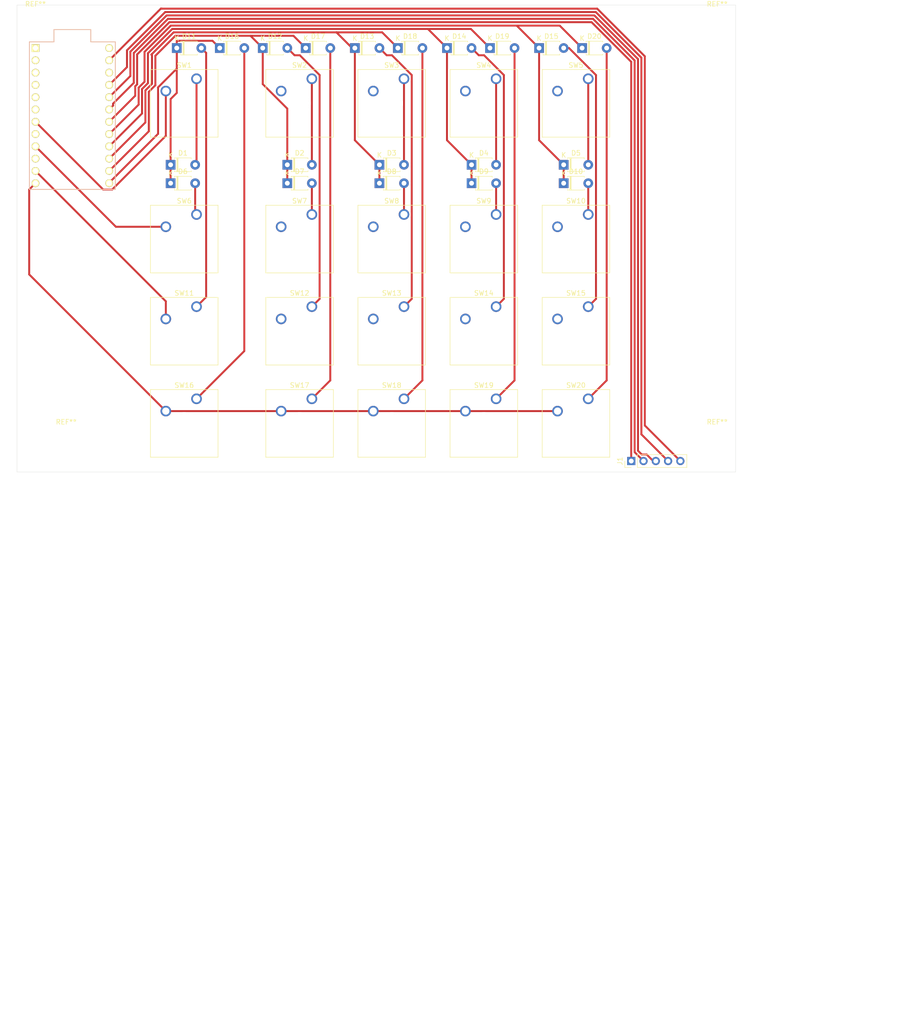
<source format=kicad_pcb>
(kicad_pcb (version 20171130) (host pcbnew "(5.1.9)-1")

  (general
    (thickness 1.6)
    (drawings 4)
    (tracks 169)
    (zones 0)
    (modules 47)
    (nets 45)
  )

  (page A4)
  (layers
    (0 F.Cu signal)
    (31 B.Cu signal)
    (32 B.Adhes user)
    (33 F.Adhes user)
    (34 B.Paste user)
    (35 F.Paste user)
    (36 B.SilkS user)
    (37 F.SilkS user)
    (38 B.Mask user)
    (39 F.Mask user)
    (40 Dwgs.User user)
    (41 Cmts.User user)
    (42 Eco1.User user)
    (43 Eco2.User user)
    (44 Edge.Cuts user)
    (45 Margin user)
    (46 B.CrtYd user)
    (47 F.CrtYd user)
    (48 B.Fab user)
    (49 F.Fab user)
  )

  (setup
    (last_trace_width 0.4)
    (user_trace_width 0.508)
    (user_trace_width 0.635)
    (user_trace_width 1.27)
    (trace_clearance 0.3)
    (zone_clearance 0.508)
    (zone_45_only no)
    (trace_min 0.4)
    (via_size 1.2)
    (via_drill 0.6)
    (via_min_size 1.2)
    (via_min_drill 0.6)
    (uvia_size 0.3)
    (uvia_drill 0.1)
    (uvias_allowed no)
    (uvia_min_size 0.3)
    (uvia_min_drill 0.1)
    (edge_width 0.05)
    (segment_width 0.2)
    (pcb_text_width 0.3)
    (pcb_text_size 1.5 1.5)
    (mod_edge_width 0.12)
    (mod_text_size 1 1)
    (mod_text_width 0.15)
    (pad_size 1.524 1.524)
    (pad_drill 0.762)
    (pad_to_mask_clearance 0)
    (aux_axis_origin 0 0)
    (visible_elements 7FFFFFFF)
    (pcbplotparams
      (layerselection 0x010fc_ffffffff)
      (usegerberextensions false)
      (usegerberattributes true)
      (usegerberadvancedattributes true)
      (creategerberjobfile true)
      (excludeedgelayer true)
      (linewidth 0.100000)
      (plotframeref false)
      (viasonmask false)
      (mode 1)
      (useauxorigin false)
      (hpglpennumber 1)
      (hpglpenspeed 20)
      (hpglpendiameter 15.000000)
      (psnegative false)
      (psa4output false)
      (plotreference true)
      (plotvalue true)
      (plotinvisibletext false)
      (padsonsilk false)
      (subtractmaskfromsilk false)
      (outputformat 1)
      (mirror false)
      (drillshape 1)
      (scaleselection 1)
      (outputdirectory ""))
  )

  (net 0 "")
  (net 1 "Net-(D1-Pad2)")
  (net 2 "Net-(D2-Pad2)")
  (net 3 "Net-(D3-Pad2)")
  (net 4 "Net-(D4-Pad2)")
  (net 5 "Net-(D5-Pad2)")
  (net 6 "Net-(D6-Pad2)")
  (net 7 "Net-(D7-Pad2)")
  (net 8 "Net-(D8-Pad2)")
  (net 9 "Net-(D9-Pad2)")
  (net 10 "Net-(D10-Pad2)")
  (net 11 "Net-(D11-Pad2)")
  (net 12 "Net-(D12-Pad2)")
  (net 13 "Net-(D13-Pad2)")
  (net 14 "Net-(D14-Pad2)")
  (net 15 "Net-(D15-Pad2)")
  (net 16 "Net-(D16-Pad2)")
  (net 17 "Net-(D17-Pad2)")
  (net 18 "Net-(D18-Pad2)")
  (net 19 "Net-(D19-Pad2)")
  (net 20 "Net-(D20-Pad2)")
  (net 21 "Net-(U1-Pad8)")
  (net 22 "Net-(J1-Pad1)")
  (net 23 "Net-(J1-Pad2)")
  (net 24 "Net-(J1-Pad3)")
  (net 25 "Net-(J1-Pad4)")
  (net 26 "Net-(J1-Pad5)")
  (net 27 "Net-(U1-Pad1)")
  (net 28 "Net-(U1-Pad2)")
  (net 29 "Net-(U1-Pad3)")
  (net 30 "Net-(U1-Pad4)")
  (net 31 "Net-(U1-Pad22)")
  (net 32 "Net-(U1-Pad24)")
  (net 33 /in1)
  (net 34 /in2)
  (net 35 /in3)
  (net 36 /in4)
  (net 37 /in5)
  (net 38 /out1)
  (net 39 /out2)
  (net 40 /out3)
  (net 41 /out4)
  (net 42 "Net-(U1-Pad6)")
  (net 43 "Net-(U1-Pad5)")
  (net 44 "Net-(U1-Pad10)")

  (net_class Default "This is the default net class."
    (clearance 0.3)
    (trace_width 0.4)
    (via_dia 1.2)
    (via_drill 0.6)
    (uvia_dia 0.3)
    (uvia_drill 0.1)
    (diff_pair_width 0.4)
    (diff_pair_gap 0.3)
    (add_net /in1)
    (add_net /in2)
    (add_net /in3)
    (add_net /in4)
    (add_net /in5)
    (add_net /out1)
    (add_net /out2)
    (add_net /out3)
    (add_net /out4)
    (add_net "Net-(D1-Pad2)")
    (add_net "Net-(D10-Pad2)")
    (add_net "Net-(D11-Pad2)")
    (add_net "Net-(D12-Pad2)")
    (add_net "Net-(D13-Pad2)")
    (add_net "Net-(D14-Pad2)")
    (add_net "Net-(D15-Pad2)")
    (add_net "Net-(D16-Pad2)")
    (add_net "Net-(D17-Pad2)")
    (add_net "Net-(D18-Pad2)")
    (add_net "Net-(D19-Pad2)")
    (add_net "Net-(D2-Pad2)")
    (add_net "Net-(D20-Pad2)")
    (add_net "Net-(D3-Pad2)")
    (add_net "Net-(D4-Pad2)")
    (add_net "Net-(D5-Pad2)")
    (add_net "Net-(D6-Pad2)")
    (add_net "Net-(D7-Pad2)")
    (add_net "Net-(D8-Pad2)")
    (add_net "Net-(D9-Pad2)")
    (add_net "Net-(J1-Pad1)")
    (add_net "Net-(J1-Pad2)")
    (add_net "Net-(J1-Pad3)")
    (add_net "Net-(J1-Pad4)")
    (add_net "Net-(J1-Pad5)")
    (add_net "Net-(U1-Pad1)")
    (add_net "Net-(U1-Pad10)")
    (add_net "Net-(U1-Pad2)")
    (add_net "Net-(U1-Pad22)")
    (add_net "Net-(U1-Pad24)")
    (add_net "Net-(U1-Pad3)")
    (add_net "Net-(U1-Pad4)")
    (add_net "Net-(U1-Pad5)")
    (add_net "Net-(U1-Pad6)")
    (add_net "Net-(U1-Pad8)")
  )

  (module Button_Switch_Keyboard:SW_Cherry_MX_1.50u_Plate (layer F.Cu) (tedit 5A02FE24) (tstamp 602AD84D)
    (at 98.07 59.69)
    (descr "Cherry MX keyswitch, 1.50u, plate mount, http://cherryamericas.com/wp-content/uploads/2014/12/mx_cat.pdf")
    (tags "Cherry MX keyswitch 1.50u plate")
    (path /5FDC6F68)
    (fp_text reference SW1 (at -2.54 -2.794) (layer F.SilkS)
      (effects (font (size 1 1) (thickness 0.15)))
    )
    (fp_text value SW_DIP_x01 (at -2.54 12.954) (layer F.Fab)
      (effects (font (size 1 1) (thickness 0.15)))
    )
    (fp_line (start -9.525 12.065) (end -9.525 -1.905) (layer F.SilkS) (width 0.12))
    (fp_line (start 4.445 12.065) (end -9.525 12.065) (layer F.SilkS) (width 0.12))
    (fp_line (start 4.445 -1.905) (end 4.445 12.065) (layer F.SilkS) (width 0.12))
    (fp_line (start -9.525 -1.905) (end 4.445 -1.905) (layer F.SilkS) (width 0.12))
    (fp_line (start -16.8275 14.605) (end -16.8275 -4.445) (layer Dwgs.User) (width 0.15))
    (fp_line (start 11.7475 14.605) (end -16.8275 14.605) (layer Dwgs.User) (width 0.15))
    (fp_line (start 11.7475 -4.445) (end 11.7475 14.605) (layer Dwgs.User) (width 0.15))
    (fp_line (start -16.8275 -4.445) (end 11.7475 -4.445) (layer Dwgs.User) (width 0.15))
    (fp_line (start -9.14 -1.52) (end 4.06 -1.52) (layer F.CrtYd) (width 0.05))
    (fp_line (start 4.06 -1.52) (end 4.06 11.68) (layer F.CrtYd) (width 0.05))
    (fp_line (start 4.06 11.68) (end -9.14 11.68) (layer F.CrtYd) (width 0.05))
    (fp_line (start -9.14 11.68) (end -9.14 -1.52) (layer F.CrtYd) (width 0.05))
    (fp_line (start -8.89 11.43) (end -8.89 -1.27) (layer F.Fab) (width 0.1))
    (fp_line (start 3.81 11.43) (end -8.89 11.43) (layer F.Fab) (width 0.1))
    (fp_line (start 3.81 -1.27) (end 3.81 11.43) (layer F.Fab) (width 0.1))
    (fp_line (start -8.89 -1.27) (end 3.81 -1.27) (layer F.Fab) (width 0.1))
    (fp_text user %R (at -2.54 -2.794) (layer F.Fab)
      (effects (font (size 1 1) (thickness 0.15)))
    )
    (pad 1 thru_hole circle (at 0 0) (size 2.2 2.2) (drill 1.5) (layers *.Cu *.Mask)
      (net 1 "Net-(D1-Pad2)"))
    (pad 2 thru_hole circle (at -6.35 2.54) (size 2.2 2.2) (drill 1.5) (layers *.Cu *.Mask)
      (net 38 /out1))
    (pad "" np_thru_hole circle (at -2.54 5.08) (size 4 4) (drill 4) (layers *.Cu *.Mask))
    (model ${KISYS3DMOD}/Button_Switch_Keyboard.3dshapes/SW_Cherry_MX_1.50u_Plate.wrl
      (at (xyz 0 0 0))
      (scale (xyz 1 1 1))
      (rotate (xyz 0 0 0))
    )
  )

  (module Button_Switch_Keyboard:SW_Cherry_MX_1.00u_Plate (layer F.Cu) (tedit 5A02FE24) (tstamp 5FFD1FF9)
    (at 179.07 59.69)
    (descr "Cherry MX keyswitch, 1.00u, plate mount, http://cherryamericas.com/wp-content/uploads/2014/12/mx_cat.pdf")
    (tags "Cherry MX keyswitch 1.00u plate")
    (path /5FD84C29)
    (fp_text reference SW5 (at -2.54 -2.794) (layer F.SilkS)
      (effects (font (size 1 1) (thickness 0.15)))
    )
    (fp_text value SW_DIP_x01 (at -2.54 12.954) (layer F.Fab)
      (effects (font (size 1 1) (thickness 0.15)))
    )
    (fp_line (start -8.89 -1.27) (end 3.81 -1.27) (layer F.Fab) (width 0.1))
    (fp_line (start 3.81 -1.27) (end 3.81 11.43) (layer F.Fab) (width 0.1))
    (fp_line (start 3.81 11.43) (end -8.89 11.43) (layer F.Fab) (width 0.1))
    (fp_line (start -8.89 11.43) (end -8.89 -1.27) (layer F.Fab) (width 0.1))
    (fp_line (start -9.14 11.68) (end -9.14 -1.52) (layer F.CrtYd) (width 0.05))
    (fp_line (start 4.06 11.68) (end -9.14 11.68) (layer F.CrtYd) (width 0.05))
    (fp_line (start 4.06 -1.52) (end 4.06 11.68) (layer F.CrtYd) (width 0.05))
    (fp_line (start -9.14 -1.52) (end 4.06 -1.52) (layer F.CrtYd) (width 0.05))
    (fp_line (start -12.065 -4.445) (end 6.985 -4.445) (layer Dwgs.User) (width 0.15))
    (fp_line (start 6.985 -4.445) (end 6.985 14.605) (layer Dwgs.User) (width 0.15))
    (fp_line (start 6.985 14.605) (end -12.065 14.605) (layer Dwgs.User) (width 0.15))
    (fp_line (start -12.065 14.605) (end -12.065 -4.445) (layer Dwgs.User) (width 0.15))
    (fp_line (start -9.525 -1.905) (end 4.445 -1.905) (layer F.SilkS) (width 0.12))
    (fp_line (start 4.445 -1.905) (end 4.445 12.065) (layer F.SilkS) (width 0.12))
    (fp_line (start 4.445 12.065) (end -9.525 12.065) (layer F.SilkS) (width 0.12))
    (fp_line (start -9.525 12.065) (end -9.525 -1.905) (layer F.SilkS) (width 0.12))
    (fp_text user %R (at -2.54 -2.794) (layer F.Fab)
      (effects (font (size 1 1) (thickness 0.15)))
    )
    (pad "" np_thru_hole circle (at -2.54 5.08) (size 4 4) (drill 4) (layers *.Cu *.Mask))
    (pad 2 thru_hole circle (at -6.35 2.54) (size 2.2 2.2) (drill 1.5) (layers *.Cu *.Mask)
      (net 38 /out1))
    (pad 1 thru_hole circle (at 0 0) (size 2.2 2.2) (drill 1.5) (layers *.Cu *.Mask)
      (net 5 "Net-(D5-Pad2)"))
    (model ${KISYS3DMOD}/Button_Switch_Keyboard.3dshapes/SW_Cherry_MX_1.00u_Plate.wrl
      (at (xyz 0 0 0))
      (scale (xyz 1 1 1))
      (rotate (xyz 0 0 0))
    )
  )

  (module Button_Switch_Keyboard:SW_Cherry_MX_1.00u_Plate (layer F.Cu) (tedit 5A02FE24) (tstamp 5FFD2131)
    (at 140.97 125.84)
    (descr "Cherry MX keyswitch, 1.00u, plate mount, http://cherryamericas.com/wp-content/uploads/2014/12/mx_cat.pdf")
    (tags "Cherry MX keyswitch 1.00u plate")
    (path /5FD68654)
    (fp_text reference SW18 (at -2.54 -2.794) (layer F.SilkS)
      (effects (font (size 1 1) (thickness 0.15)))
    )
    (fp_text value SW_DIP_x01 (at -2.54 12.954) (layer F.Fab)
      (effects (font (size 1 1) (thickness 0.15)))
    )
    (fp_line (start -8.89 -1.27) (end 3.81 -1.27) (layer F.Fab) (width 0.1))
    (fp_line (start 3.81 -1.27) (end 3.81 11.43) (layer F.Fab) (width 0.1))
    (fp_line (start 3.81 11.43) (end -8.89 11.43) (layer F.Fab) (width 0.1))
    (fp_line (start -8.89 11.43) (end -8.89 -1.27) (layer F.Fab) (width 0.1))
    (fp_line (start -9.14 11.68) (end -9.14 -1.52) (layer F.CrtYd) (width 0.05))
    (fp_line (start 4.06 11.68) (end -9.14 11.68) (layer F.CrtYd) (width 0.05))
    (fp_line (start 4.06 -1.52) (end 4.06 11.68) (layer F.CrtYd) (width 0.05))
    (fp_line (start -9.14 -1.52) (end 4.06 -1.52) (layer F.CrtYd) (width 0.05))
    (fp_line (start -12.065 -4.445) (end 6.985 -4.445) (layer Dwgs.User) (width 0.15))
    (fp_line (start 6.985 -4.445) (end 6.985 14.605) (layer Dwgs.User) (width 0.15))
    (fp_line (start 6.985 14.605) (end -12.065 14.605) (layer Dwgs.User) (width 0.15))
    (fp_line (start -12.065 14.605) (end -12.065 -4.445) (layer Dwgs.User) (width 0.15))
    (fp_line (start -9.525 -1.905) (end 4.445 -1.905) (layer F.SilkS) (width 0.12))
    (fp_line (start 4.445 -1.905) (end 4.445 12.065) (layer F.SilkS) (width 0.12))
    (fp_line (start 4.445 12.065) (end -9.525 12.065) (layer F.SilkS) (width 0.12))
    (fp_line (start -9.525 12.065) (end -9.525 -1.905) (layer F.SilkS) (width 0.12))
    (fp_text user %R (at -2.54 -2.794) (layer F.Fab)
      (effects (font (size 1 1) (thickness 0.15)))
    )
    (pad "" np_thru_hole circle (at -2.54 5.08) (size 4 4) (drill 4) (layers *.Cu *.Mask))
    (pad 2 thru_hole circle (at -6.35 2.54) (size 2.2 2.2) (drill 1.5) (layers *.Cu *.Mask)
      (net 41 /out4))
    (pad 1 thru_hole circle (at 0 0) (size 2.2 2.2) (drill 1.5) (layers *.Cu *.Mask)
      (net 18 "Net-(D18-Pad2)"))
    (model ${KISYS3DMOD}/Button_Switch_Keyboard.3dshapes/SW_Cherry_MX_1.00u_Plate.wrl
      (at (xyz 0 0 0))
      (scale (xyz 1 1 1))
      (rotate (xyz 0 0 0))
    )
  )

  (module Button_Switch_Keyboard:SW_Cherry_MX_1.00u_Plate (layer F.Cu) (tedit 5A02FE24) (tstamp 600606C4)
    (at 121.92 125.84)
    (descr "Cherry MX keyswitch, 1.00u, plate mount, http://cherryamericas.com/wp-content/uploads/2014/12/mx_cat.pdf")
    (tags "Cherry MX keyswitch 1.00u plate")
    (path /5FD6864E)
    (fp_text reference SW17 (at -2.54 -2.794) (layer F.SilkS)
      (effects (font (size 1 1) (thickness 0.15)))
    )
    (fp_text value SW_DIP_x01 (at -2.54 12.954) (layer F.Fab)
      (effects (font (size 1 1) (thickness 0.15)))
    )
    (fp_line (start -8.89 -1.27) (end 3.81 -1.27) (layer F.Fab) (width 0.1))
    (fp_line (start 3.81 -1.27) (end 3.81 11.43) (layer F.Fab) (width 0.1))
    (fp_line (start 3.81 11.43) (end -8.89 11.43) (layer F.Fab) (width 0.1))
    (fp_line (start -8.89 11.43) (end -8.89 -1.27) (layer F.Fab) (width 0.1))
    (fp_line (start -9.14 11.68) (end -9.14 -1.52) (layer F.CrtYd) (width 0.05))
    (fp_line (start 4.06 11.68) (end -9.14 11.68) (layer F.CrtYd) (width 0.05))
    (fp_line (start 4.06 -1.52) (end 4.06 11.68) (layer F.CrtYd) (width 0.05))
    (fp_line (start -9.14 -1.52) (end 4.06 -1.52) (layer F.CrtYd) (width 0.05))
    (fp_line (start -12.065 -4.445) (end 6.985 -4.445) (layer Dwgs.User) (width 0.15))
    (fp_line (start 6.985 -4.445) (end 6.985 14.605) (layer Dwgs.User) (width 0.15))
    (fp_line (start 6.985 14.605) (end -12.065 14.605) (layer Dwgs.User) (width 0.15))
    (fp_line (start -12.065 14.605) (end -12.065 -4.445) (layer Dwgs.User) (width 0.15))
    (fp_line (start -9.525 -1.905) (end 4.445 -1.905) (layer F.SilkS) (width 0.12))
    (fp_line (start 4.445 -1.905) (end 4.445 12.065) (layer F.SilkS) (width 0.12))
    (fp_line (start 4.445 12.065) (end -9.525 12.065) (layer F.SilkS) (width 0.12))
    (fp_line (start -9.525 12.065) (end -9.525 -1.905) (layer F.SilkS) (width 0.12))
    (fp_text user %R (at -2.54 -2.794) (layer F.Fab)
      (effects (font (size 1 1) (thickness 0.15)))
    )
    (pad "" np_thru_hole circle (at -2.54 5.08) (size 4 4) (drill 4) (layers *.Cu *.Mask))
    (pad 2 thru_hole circle (at -6.35 2.54) (size 2.2 2.2) (drill 1.5) (layers *.Cu *.Mask)
      (net 41 /out4))
    (pad 1 thru_hole circle (at 0 0) (size 2.2 2.2) (drill 1.5) (layers *.Cu *.Mask)
      (net 17 "Net-(D17-Pad2)"))
    (model ${KISYS3DMOD}/Button_Switch_Keyboard.3dshapes/SW_Cherry_MX_1.00u_Plate.wrl
      (at (xyz 0 0 0))
      (scale (xyz 1 1 1))
      (rotate (xyz 0 0 0))
    )
  )

  (module promicro:ProMicro (layer F.Cu) (tedit 5A06A962) (tstamp 60180719)
    (at 72.39 67.31 270)
    (descr "Pro Micro footprint")
    (tags "promicro ProMicro")
    (path /60148DE3)
    (fp_text reference U1 (at 0 -10.16 90) (layer F.SilkS) hide
      (effects (font (size 1 1) (thickness 0.15)))
    )
    (fp_text value ProMicro (at 0 10.16 90) (layer F.Fab)
      (effects (font (size 1 1) (thickness 0.15)))
    )
    (fp_line (start 15.24 -8.89) (end 15.24 8.89) (layer B.SilkS) (width 0.15))
    (fp_line (start 15.24 8.89) (end -15.24 8.89) (layer B.SilkS) (width 0.15))
    (fp_line (start -15.24 8.89) (end -15.24 3.81) (layer B.SilkS) (width 0.15))
    (fp_line (start -15.24 3.81) (end -17.78 3.81) (layer B.SilkS) (width 0.15))
    (fp_line (start -17.78 3.81) (end -17.78 -3.81) (layer B.SilkS) (width 0.15))
    (fp_line (start -17.78 -3.81) (end -15.24 -3.81) (layer B.SilkS) (width 0.15))
    (fp_line (start -15.24 -3.81) (end -15.24 -8.89) (layer B.SilkS) (width 0.15))
    (fp_line (start -15.24 -8.89) (end 15.24 -8.89) (layer B.SilkS) (width 0.15))
    (fp_line (start -15.24 8.89) (end 15.24 8.89) (layer F.SilkS) (width 0.15))
    (fp_line (start -15.24 8.89) (end -15.24 3.81) (layer F.SilkS) (width 0.15))
    (fp_line (start -15.24 3.81) (end -17.78 3.81) (layer F.SilkS) (width 0.15))
    (fp_line (start -17.78 3.81) (end -17.78 -3.81) (layer F.SilkS) (width 0.15))
    (fp_line (start -17.78 -3.81) (end -15.24 -3.81) (layer F.SilkS) (width 0.15))
    (fp_line (start -15.24 -3.81) (end -15.24 -8.89) (layer F.SilkS) (width 0.15))
    (fp_line (start -15.24 -8.89) (end 15.24 -8.89) (layer F.SilkS) (width 0.15))
    (fp_line (start 15.24 -8.89) (end 15.24 8.89) (layer F.SilkS) (width 0.15))
    (pad 24 thru_hole circle (at -13.97 -7.62 270) (size 1.6 1.6) (drill 1.1) (layers *.Cu *.Mask F.SilkS)
      (net 32 "Net-(U1-Pad24)"))
    (pad 23 thru_hole circle (at -11.43 -7.62 270) (size 1.6 1.6) (drill 1.1) (layers *.Cu *.Mask F.SilkS)
      (net 26 "Net-(J1-Pad5)"))
    (pad 22 thru_hole circle (at -8.89 -7.62 270) (size 1.6 1.6) (drill 1.1) (layers *.Cu *.Mask F.SilkS)
      (net 31 "Net-(U1-Pad22)"))
    (pad 21 thru_hole circle (at -6.35 -7.62 270) (size 1.6 1.6) (drill 1.1) (layers *.Cu *.Mask F.SilkS)
      (net 25 "Net-(J1-Pad4)"))
    (pad 20 thru_hole circle (at -3.81 -7.62 270) (size 1.6 1.6) (drill 1.1) (layers *.Cu *.Mask F.SilkS)
      (net 24 "Net-(J1-Pad3)"))
    (pad 19 thru_hole circle (at -1.27 -7.62 270) (size 1.6 1.6) (drill 1.1) (layers *.Cu *.Mask F.SilkS)
      (net 23 "Net-(J1-Pad2)"))
    (pad 18 thru_hole circle (at 1.27 -7.62 270) (size 1.6 1.6) (drill 1.1) (layers *.Cu *.Mask F.SilkS)
      (net 22 "Net-(J1-Pad1)"))
    (pad 17 thru_hole circle (at 3.81 -7.62 270) (size 1.6 1.6) (drill 1.1) (layers *.Cu *.Mask F.SilkS)
      (net 37 /in5))
    (pad 16 thru_hole circle (at 6.35 -7.62 270) (size 1.6 1.6) (drill 1.1) (layers *.Cu *.Mask F.SilkS)
      (net 36 /in4))
    (pad 15 thru_hole circle (at 8.89 -7.62 270) (size 1.6 1.6) (drill 1.1) (layers *.Cu *.Mask F.SilkS)
      (net 35 /in3))
    (pad 14 thru_hole circle (at 11.43 -7.62 270) (size 1.6 1.6) (drill 1.1) (layers *.Cu *.Mask F.SilkS)
      (net 34 /in2))
    (pad 13 thru_hole circle (at 13.97 -7.62 270) (size 1.6 1.6) (drill 1.1) (layers *.Cu *.Mask F.SilkS)
      (net 33 /in1))
    (pad 12 thru_hole circle (at 13.97 7.62 270) (size 1.6 1.6) (drill 1.1) (layers *.Cu *.Mask F.SilkS)
      (net 41 /out4))
    (pad 11 thru_hole circle (at 11.43 7.62 270) (size 1.6 1.6) (drill 1.1) (layers *.Cu *.Mask F.SilkS)
      (net 40 /out3))
    (pad 10 thru_hole circle (at 8.89 7.62 270) (size 1.6 1.6) (drill 1.1) (layers *.Cu *.Mask F.SilkS)
      (net 44 "Net-(U1-Pad10)"))
    (pad 9 thru_hole circle (at 6.35 7.62 270) (size 1.6 1.6) (drill 1.1) (layers *.Cu *.Mask F.SilkS)
      (net 39 /out2))
    (pad 8 thru_hole circle (at 3.81 7.62 270) (size 1.6 1.6) (drill 1.1) (layers *.Cu *.Mask F.SilkS)
      (net 21 "Net-(U1-Pad8)"))
    (pad 7 thru_hole circle (at 1.27 7.62 270) (size 1.6 1.6) (drill 1.1) (layers *.Cu *.Mask F.SilkS)
      (net 38 /out1))
    (pad 6 thru_hole circle (at -1.27 7.62 270) (size 1.6 1.6) (drill 1.1) (layers *.Cu *.Mask F.SilkS)
      (net 42 "Net-(U1-Pad6)"))
    (pad 5 thru_hole circle (at -3.81 7.62 270) (size 1.6 1.6) (drill 1.1) (layers *.Cu *.Mask F.SilkS)
      (net 43 "Net-(U1-Pad5)"))
    (pad 4 thru_hole circle (at -6.35 7.62 270) (size 1.6 1.6) (drill 1.1) (layers *.Cu *.Mask F.SilkS)
      (net 30 "Net-(U1-Pad4)"))
    (pad 3 thru_hole circle (at -8.89 7.62 270) (size 1.6 1.6) (drill 1.1) (layers *.Cu *.Mask F.SilkS)
      (net 29 "Net-(U1-Pad3)"))
    (pad 2 thru_hole circle (at -11.43 7.62 270) (size 1.6 1.6) (drill 1.1) (layers *.Cu *.Mask F.SilkS)
      (net 28 "Net-(U1-Pad2)"))
    (pad 1 thru_hole rect (at -13.97 7.62 270) (size 1.6 1.6) (drill 1.1) (layers *.Cu *.Mask F.SilkS)
      (net 27 "Net-(U1-Pad1)"))
  )

  (module Button_Switch_Keyboard:SW_Cherry_MX_1.00u_Plate (layer F.Cu) (tedit 5A02FE24) (tstamp 5FFD2029)
    (at 121.92 87.74)
    (descr "Cherry MX keyswitch, 1.00u, plate mount, http://cherryamericas.com/wp-content/uploads/2014/12/mx_cat.pdf")
    (tags "Cherry MX keyswitch 1.00u plate")
    (path /5FDC6F86)
    (fp_text reference SW7 (at -2.54 -2.794) (layer F.SilkS)
      (effects (font (size 1 1) (thickness 0.15)))
    )
    (fp_text value SW_DIP_x01 (at -2.54 12.954) (layer F.Fab)
      (effects (font (size 1 1) (thickness 0.15)))
    )
    (fp_line (start -9.525 12.065) (end -9.525 -1.905) (layer F.SilkS) (width 0.12))
    (fp_line (start 4.445 12.065) (end -9.525 12.065) (layer F.SilkS) (width 0.12))
    (fp_line (start 4.445 -1.905) (end 4.445 12.065) (layer F.SilkS) (width 0.12))
    (fp_line (start -9.525 -1.905) (end 4.445 -1.905) (layer F.SilkS) (width 0.12))
    (fp_line (start -12.065 14.605) (end -12.065 -4.445) (layer Dwgs.User) (width 0.15))
    (fp_line (start 6.985 14.605) (end -12.065 14.605) (layer Dwgs.User) (width 0.15))
    (fp_line (start 6.985 -4.445) (end 6.985 14.605) (layer Dwgs.User) (width 0.15))
    (fp_line (start -12.065 -4.445) (end 6.985 -4.445) (layer Dwgs.User) (width 0.15))
    (fp_line (start -9.14 -1.52) (end 4.06 -1.52) (layer F.CrtYd) (width 0.05))
    (fp_line (start 4.06 -1.52) (end 4.06 11.68) (layer F.CrtYd) (width 0.05))
    (fp_line (start 4.06 11.68) (end -9.14 11.68) (layer F.CrtYd) (width 0.05))
    (fp_line (start -9.14 11.68) (end -9.14 -1.52) (layer F.CrtYd) (width 0.05))
    (fp_line (start -8.89 11.43) (end -8.89 -1.27) (layer F.Fab) (width 0.1))
    (fp_line (start 3.81 11.43) (end -8.89 11.43) (layer F.Fab) (width 0.1))
    (fp_line (start 3.81 -1.27) (end 3.81 11.43) (layer F.Fab) (width 0.1))
    (fp_line (start -8.89 -1.27) (end 3.81 -1.27) (layer F.Fab) (width 0.1))
    (fp_text user %R (at -2.54 -2.794) (layer F.Fab)
      (effects (font (size 1 1) (thickness 0.15)))
    )
    (pad 1 thru_hole circle (at 0 0) (size 2.2 2.2) (drill 1.5) (layers *.Cu *.Mask)
      (net 7 "Net-(D7-Pad2)"))
    (pad 2 thru_hole circle (at -6.35 2.54) (size 2.2 2.2) (drill 1.5) (layers *.Cu *.Mask)
      (net 39 /out2))
    (pad "" np_thru_hole circle (at -2.54 5.08) (size 4 4) (drill 4) (layers *.Cu *.Mask))
    (model ${KISYS3DMOD}/Button_Switch_Keyboard.3dshapes/SW_Cherry_MX_1.00u_Plate.wrl
      (at (xyz 0 0 0))
      (scale (xyz 1 1 1))
      (rotate (xyz 0 0 0))
    )
  )

  (module Button_Switch_Keyboard:SW_Cherry_MX_1.00u_Plate (layer F.Cu) (tedit 5A02FE24) (tstamp 5FFD2149)
    (at 160.02 125.84)
    (descr "Cherry MX keyswitch, 1.00u, plate mount, http://cherryamericas.com/wp-content/uploads/2014/12/mx_cat.pdf")
    (tags "Cherry MX keyswitch 1.00u plate")
    (path /5FD6865A)
    (fp_text reference SW19 (at -2.54 -2.794) (layer F.SilkS)
      (effects (font (size 1 1) (thickness 0.15)))
    )
    (fp_text value SW_DIP_x01 (at -2.54 12.954) (layer F.Fab)
      (effects (font (size 1 1) (thickness 0.15)))
    )
    (fp_line (start -8.89 -1.27) (end 3.81 -1.27) (layer F.Fab) (width 0.1))
    (fp_line (start 3.81 -1.27) (end 3.81 11.43) (layer F.Fab) (width 0.1))
    (fp_line (start 3.81 11.43) (end -8.89 11.43) (layer F.Fab) (width 0.1))
    (fp_line (start -8.89 11.43) (end -8.89 -1.27) (layer F.Fab) (width 0.1))
    (fp_line (start -9.14 11.68) (end -9.14 -1.52) (layer F.CrtYd) (width 0.05))
    (fp_line (start 4.06 11.68) (end -9.14 11.68) (layer F.CrtYd) (width 0.05))
    (fp_line (start 4.06 -1.52) (end 4.06 11.68) (layer F.CrtYd) (width 0.05))
    (fp_line (start -9.14 -1.52) (end 4.06 -1.52) (layer F.CrtYd) (width 0.05))
    (fp_line (start -12.065 -4.445) (end 6.985 -4.445) (layer Dwgs.User) (width 0.15))
    (fp_line (start 6.985 -4.445) (end 6.985 14.605) (layer Dwgs.User) (width 0.15))
    (fp_line (start 6.985 14.605) (end -12.065 14.605) (layer Dwgs.User) (width 0.15))
    (fp_line (start -12.065 14.605) (end -12.065 -4.445) (layer Dwgs.User) (width 0.15))
    (fp_line (start -9.525 -1.905) (end 4.445 -1.905) (layer F.SilkS) (width 0.12))
    (fp_line (start 4.445 -1.905) (end 4.445 12.065) (layer F.SilkS) (width 0.12))
    (fp_line (start 4.445 12.065) (end -9.525 12.065) (layer F.SilkS) (width 0.12))
    (fp_line (start -9.525 12.065) (end -9.525 -1.905) (layer F.SilkS) (width 0.12))
    (fp_text user %R (at -2.54 -2.794) (layer F.Fab)
      (effects (font (size 1 1) (thickness 0.15)))
    )
    (pad "" np_thru_hole circle (at -2.54 5.08) (size 4 4) (drill 4) (layers *.Cu *.Mask))
    (pad 2 thru_hole circle (at -6.35 2.54) (size 2.2 2.2) (drill 1.5) (layers *.Cu *.Mask)
      (net 41 /out4))
    (pad 1 thru_hole circle (at 0 0) (size 2.2 2.2) (drill 1.5) (layers *.Cu *.Mask)
      (net 19 "Net-(D19-Pad2)"))
    (model ${KISYS3DMOD}/Button_Switch_Keyboard.3dshapes/SW_Cherry_MX_1.00u_Plate.wrl
      (at (xyz 0 0 0))
      (scale (xyz 1 1 1))
      (rotate (xyz 0 0 0))
    )
  )

  (module Button_Switch_Keyboard:SW_Cherry_MX_1.00u_Plate (layer F.Cu) (tedit 5A02FE24) (tstamp 5FFD1FB1)
    (at 121.92 59.69)
    (descr "Cherry MX keyswitch, 1.00u, plate mount, http://cherryamericas.com/wp-content/uploads/2014/12/mx_cat.pdf")
    (tags "Cherry MX keyswitch 1.00u plate")
    (path /5FDC6F6E)
    (fp_text reference SW2 (at -2.54 -2.794) (layer F.SilkS)
      (effects (font (size 1 1) (thickness 0.15)))
    )
    (fp_text value SW_DIP_x01 (at -2.54 12.954) (layer F.Fab)
      (effects (font (size 1 1) (thickness 0.15)))
    )
    (fp_line (start -8.89 -1.27) (end 3.81 -1.27) (layer F.Fab) (width 0.1))
    (fp_line (start 3.81 -1.27) (end 3.81 11.43) (layer F.Fab) (width 0.1))
    (fp_line (start 3.81 11.43) (end -8.89 11.43) (layer F.Fab) (width 0.1))
    (fp_line (start -8.89 11.43) (end -8.89 -1.27) (layer F.Fab) (width 0.1))
    (fp_line (start -9.14 11.68) (end -9.14 -1.52) (layer F.CrtYd) (width 0.05))
    (fp_line (start 4.06 11.68) (end -9.14 11.68) (layer F.CrtYd) (width 0.05))
    (fp_line (start 4.06 -1.52) (end 4.06 11.68) (layer F.CrtYd) (width 0.05))
    (fp_line (start -9.14 -1.52) (end 4.06 -1.52) (layer F.CrtYd) (width 0.05))
    (fp_line (start -12.065 -4.445) (end 6.985 -4.445) (layer Dwgs.User) (width 0.15))
    (fp_line (start 6.985 -4.445) (end 6.985 14.605) (layer Dwgs.User) (width 0.15))
    (fp_line (start 6.985 14.605) (end -12.065 14.605) (layer Dwgs.User) (width 0.15))
    (fp_line (start -12.065 14.605) (end -12.065 -4.445) (layer Dwgs.User) (width 0.15))
    (fp_line (start -9.525 -1.905) (end 4.445 -1.905) (layer F.SilkS) (width 0.12))
    (fp_line (start 4.445 -1.905) (end 4.445 12.065) (layer F.SilkS) (width 0.12))
    (fp_line (start 4.445 12.065) (end -9.525 12.065) (layer F.SilkS) (width 0.12))
    (fp_line (start -9.525 12.065) (end -9.525 -1.905) (layer F.SilkS) (width 0.12))
    (fp_text user %R (at -2.54 -2.794) (layer F.Fab)
      (effects (font (size 1 1) (thickness 0.15)))
    )
    (pad "" np_thru_hole circle (at -2.54 5.08) (size 4 4) (drill 4) (layers *.Cu *.Mask))
    (pad 2 thru_hole circle (at -6.35 2.54) (size 2.2 2.2) (drill 1.5) (layers *.Cu *.Mask)
      (net 38 /out1))
    (pad 1 thru_hole circle (at 0 0) (size 2.2 2.2) (drill 1.5) (layers *.Cu *.Mask)
      (net 2 "Net-(D2-Pad2)"))
    (model ${KISYS3DMOD}/Button_Switch_Keyboard.3dshapes/SW_Cherry_MX_1.00u_Plate.wrl
      (at (xyz 0 0 0))
      (scale (xyz 1 1 1))
      (rotate (xyz 0 0 0))
    )
  )

  (module Diode_THT:D_T-1_P5.08mm_Horizontal (layer F.Cu) (tedit 5AE50CD5) (tstamp 600F096D)
    (at 92.71 81.28)
    (descr "Diode, T-1 series, Axial, Horizontal, pin pitch=5.08mm, , length*diameter=3.2*2.6mm^2, , http://www.diodes.com/_files/packages/T-1.pdf")
    (tags "Diode T-1 series Axial Horizontal pin pitch 5.08mm  length 3.2mm diameter 2.6mm")
    (path /5FDC6F9E)
    (fp_text reference D6 (at 2.54 -2.42) (layer F.SilkS)
      (effects (font (size 1 1) (thickness 0.15)))
    )
    (fp_text value DIODE (at 2.54 2.42) (layer F.Fab)
      (effects (font (size 1 1) (thickness 0.15)))
    )
    (fp_line (start 6.33 -1.55) (end -1.25 -1.55) (layer F.CrtYd) (width 0.05))
    (fp_line (start 6.33 1.55) (end 6.33 -1.55) (layer F.CrtYd) (width 0.05))
    (fp_line (start -1.25 1.55) (end 6.33 1.55) (layer F.CrtYd) (width 0.05))
    (fp_line (start -1.25 -1.55) (end -1.25 1.55) (layer F.CrtYd) (width 0.05))
    (fp_line (start 1.3 -1.42) (end 1.3 1.42) (layer F.SilkS) (width 0.12))
    (fp_line (start 1.54 -1.42) (end 1.54 1.42) (layer F.SilkS) (width 0.12))
    (fp_line (start 1.42 -1.42) (end 1.42 1.42) (layer F.SilkS) (width 0.12))
    (fp_line (start 4.26 1.42) (end 4.26 1.24) (layer F.SilkS) (width 0.12))
    (fp_line (start 0.82 1.42) (end 4.26 1.42) (layer F.SilkS) (width 0.12))
    (fp_line (start 0.82 1.24) (end 0.82 1.42) (layer F.SilkS) (width 0.12))
    (fp_line (start 4.26 -1.42) (end 4.26 -1.24) (layer F.SilkS) (width 0.12))
    (fp_line (start 0.82 -1.42) (end 4.26 -1.42) (layer F.SilkS) (width 0.12))
    (fp_line (start 0.82 -1.24) (end 0.82 -1.42) (layer F.SilkS) (width 0.12))
    (fp_line (start 1.32 -1.3) (end 1.32 1.3) (layer F.Fab) (width 0.1))
    (fp_line (start 1.52 -1.3) (end 1.52 1.3) (layer F.Fab) (width 0.1))
    (fp_line (start 1.42 -1.3) (end 1.42 1.3) (layer F.Fab) (width 0.1))
    (fp_line (start 5.08 0) (end 4.14 0) (layer F.Fab) (width 0.1))
    (fp_line (start 0 0) (end 0.94 0) (layer F.Fab) (width 0.1))
    (fp_line (start 4.14 -1.3) (end 0.94 -1.3) (layer F.Fab) (width 0.1))
    (fp_line (start 4.14 1.3) (end 4.14 -1.3) (layer F.Fab) (width 0.1))
    (fp_line (start 0.94 1.3) (end 4.14 1.3) (layer F.Fab) (width 0.1))
    (fp_line (start 0.94 -1.3) (end 0.94 1.3) (layer F.Fab) (width 0.1))
    (fp_text user K (at 0 -2) (layer F.SilkS)
      (effects (font (size 1 1) (thickness 0.15)))
    )
    (fp_text user K (at 0 -2) (layer F.Fab)
      (effects (font (size 1 1) (thickness 0.15)))
    )
    (fp_text user %R (at 2.78 0) (layer F.Fab)
      (effects (font (size 0.64 0.64) (thickness 0.096)))
    )
    (pad 2 thru_hole oval (at 5.08 0) (size 2 2) (drill 1) (layers *.Cu *.Mask)
      (net 6 "Net-(D6-Pad2)"))
    (pad 1 thru_hole rect (at 0 0) (size 2 2) (drill 1) (layers *.Cu *.Mask)
      (net 33 /in1))
    (model ${KISYS3DMOD}/Diode_THT.3dshapes/D_T-1_P5.08mm_Horizontal.wrl
      (at (xyz 0 0 0))
      (scale (xyz 1 1 1))
      (rotate (xyz 0 0 0))
    )
  )

  (module Button_Switch_Keyboard:SW_Cherry_MX_1.00u_Plate (layer F.Cu) (tedit 5A02FE24) (tstamp 5FFD1FE1)
    (at 160.02 59.69)
    (descr "Cherry MX keyswitch, 1.00u, plate mount, http://cherryamericas.com/wp-content/uploads/2014/12/mx_cat.pdf")
    (tags "Cherry MX keyswitch 1.00u plate")
    (path /5FDC6F7A)
    (fp_text reference SW4 (at -2.54 -2.794) (layer F.SilkS)
      (effects (font (size 1 1) (thickness 0.15)))
    )
    (fp_text value SW_DIP_x01 (at -2.54 12.954) (layer F.Fab)
      (effects (font (size 1 1) (thickness 0.15)))
    )
    (fp_line (start -8.89 -1.27) (end 3.81 -1.27) (layer F.Fab) (width 0.1))
    (fp_line (start 3.81 -1.27) (end 3.81 11.43) (layer F.Fab) (width 0.1))
    (fp_line (start 3.81 11.43) (end -8.89 11.43) (layer F.Fab) (width 0.1))
    (fp_line (start -8.89 11.43) (end -8.89 -1.27) (layer F.Fab) (width 0.1))
    (fp_line (start -9.14 11.68) (end -9.14 -1.52) (layer F.CrtYd) (width 0.05))
    (fp_line (start 4.06 11.68) (end -9.14 11.68) (layer F.CrtYd) (width 0.05))
    (fp_line (start 4.06 -1.52) (end 4.06 11.68) (layer F.CrtYd) (width 0.05))
    (fp_line (start -9.14 -1.52) (end 4.06 -1.52) (layer F.CrtYd) (width 0.05))
    (fp_line (start -12.065 -4.445) (end 6.985 -4.445) (layer Dwgs.User) (width 0.15))
    (fp_line (start 6.985 -4.445) (end 6.985 14.605) (layer Dwgs.User) (width 0.15))
    (fp_line (start 6.985 14.605) (end -12.065 14.605) (layer Dwgs.User) (width 0.15))
    (fp_line (start -12.065 14.605) (end -12.065 -4.445) (layer Dwgs.User) (width 0.15))
    (fp_line (start -9.525 -1.905) (end 4.445 -1.905) (layer F.SilkS) (width 0.12))
    (fp_line (start 4.445 -1.905) (end 4.445 12.065) (layer F.SilkS) (width 0.12))
    (fp_line (start 4.445 12.065) (end -9.525 12.065) (layer F.SilkS) (width 0.12))
    (fp_line (start -9.525 12.065) (end -9.525 -1.905) (layer F.SilkS) (width 0.12))
    (fp_text user %R (at -2.54 -2.794) (layer F.Fab)
      (effects (font (size 1 1) (thickness 0.15)))
    )
    (pad "" np_thru_hole circle (at -2.54 5.08) (size 4 4) (drill 4) (layers *.Cu *.Mask))
    (pad 2 thru_hole circle (at -6.35 2.54) (size 2.2 2.2) (drill 1.5) (layers *.Cu *.Mask)
      (net 38 /out1))
    (pad 1 thru_hole circle (at 0 0) (size 2.2 2.2) (drill 1.5) (layers *.Cu *.Mask)
      (net 4 "Net-(D4-Pad2)"))
    (model ${KISYS3DMOD}/Button_Switch_Keyboard.3dshapes/SW_Cherry_MX_1.00u_Plate.wrl
      (at (xyz 0 0 0))
      (scale (xyz 1 1 1))
      (rotate (xyz 0 0 0))
    )
  )

  (module Diode_THT:D_T-1_P5.08mm_Horizontal (layer F.Cu) (tedit 5AE50CD5) (tstamp 5FFD1EF7)
    (at 149.86 53.34)
    (descr "Diode, T-1 series, Axial, Horizontal, pin pitch=5.08mm, , length*diameter=3.2*2.6mm^2, , http://www.diodes.com/_files/packages/T-1.pdf")
    (tags "Diode T-1 series Axial Horizontal pin pitch 5.08mm  length 3.2mm diameter 2.6mm")
    (path /5FD9DB22)
    (fp_text reference D14 (at 2.54 -2.42) (layer F.SilkS)
      (effects (font (size 1 1) (thickness 0.15)))
    )
    (fp_text value DIODE (at 2.54 2.42) (layer F.Fab)
      (effects (font (size 1 1) (thickness 0.15)))
    )
    (fp_line (start 6.33 -1.55) (end -1.25 -1.55) (layer F.CrtYd) (width 0.05))
    (fp_line (start 6.33 1.55) (end 6.33 -1.55) (layer F.CrtYd) (width 0.05))
    (fp_line (start -1.25 1.55) (end 6.33 1.55) (layer F.CrtYd) (width 0.05))
    (fp_line (start -1.25 -1.55) (end -1.25 1.55) (layer F.CrtYd) (width 0.05))
    (fp_line (start 1.3 -1.42) (end 1.3 1.42) (layer F.SilkS) (width 0.12))
    (fp_line (start 1.54 -1.42) (end 1.54 1.42) (layer F.SilkS) (width 0.12))
    (fp_line (start 1.42 -1.42) (end 1.42 1.42) (layer F.SilkS) (width 0.12))
    (fp_line (start 4.26 1.42) (end 4.26 1.24) (layer F.SilkS) (width 0.12))
    (fp_line (start 0.82 1.42) (end 4.26 1.42) (layer F.SilkS) (width 0.12))
    (fp_line (start 0.82 1.24) (end 0.82 1.42) (layer F.SilkS) (width 0.12))
    (fp_line (start 4.26 -1.42) (end 4.26 -1.24) (layer F.SilkS) (width 0.12))
    (fp_line (start 0.82 -1.42) (end 4.26 -1.42) (layer F.SilkS) (width 0.12))
    (fp_line (start 0.82 -1.24) (end 0.82 -1.42) (layer F.SilkS) (width 0.12))
    (fp_line (start 1.32 -1.3) (end 1.32 1.3) (layer F.Fab) (width 0.1))
    (fp_line (start 1.52 -1.3) (end 1.52 1.3) (layer F.Fab) (width 0.1))
    (fp_line (start 1.42 -1.3) (end 1.42 1.3) (layer F.Fab) (width 0.1))
    (fp_line (start 5.08 0) (end 4.14 0) (layer F.Fab) (width 0.1))
    (fp_line (start 0 0) (end 0.94 0) (layer F.Fab) (width 0.1))
    (fp_line (start 4.14 -1.3) (end 0.94 -1.3) (layer F.Fab) (width 0.1))
    (fp_line (start 4.14 1.3) (end 4.14 -1.3) (layer F.Fab) (width 0.1))
    (fp_line (start 0.94 1.3) (end 4.14 1.3) (layer F.Fab) (width 0.1))
    (fp_line (start 0.94 -1.3) (end 0.94 1.3) (layer F.Fab) (width 0.1))
    (fp_text user K (at 0 -2) (layer F.SilkS)
      (effects (font (size 1 1) (thickness 0.15)))
    )
    (fp_text user K (at 0 -2) (layer F.Fab)
      (effects (font (size 1 1) (thickness 0.15)))
    )
    (fp_text user %R (at 2.78 0) (layer F.Fab)
      (effects (font (size 0.64 0.64) (thickness 0.096)))
    )
    (pad 2 thru_hole oval (at 5.08 0) (size 2 2) (drill 1) (layers *.Cu *.Mask)
      (net 14 "Net-(D14-Pad2)"))
    (pad 1 thru_hole rect (at 0 0) (size 2 2) (drill 1) (layers *.Cu *.Mask)
      (net 36 /in4))
    (model ${KISYS3DMOD}/Diode_THT.3dshapes/D_T-1_P5.08mm_Horizontal.wrl
      (at (xyz 0 0 0))
      (scale (xyz 1 1 1))
      (rotate (xyz 0 0 0))
    )
  )

  (module Button_Switch_Keyboard:SW_Cherry_MX_1.00u_Plate (layer F.Cu) (tedit 5A02FE24) (tstamp 5FFD20D1)
    (at 160.02 106.79)
    (descr "Cherry MX keyswitch, 1.00u, plate mount, http://cherryamericas.com/wp-content/uploads/2014/12/mx_cat.pdf")
    (tags "Cherry MX keyswitch 1.00u plate")
    (path /5FD68642)
    (fp_text reference SW14 (at -2.54 -2.794) (layer F.SilkS)
      (effects (font (size 1 1) (thickness 0.15)))
    )
    (fp_text value SW_DIP_x01 (at -2.54 12.954) (layer F.Fab)
      (effects (font (size 1 1) (thickness 0.15)))
    )
    (fp_line (start -8.89 -1.27) (end 3.81 -1.27) (layer F.Fab) (width 0.1))
    (fp_line (start 3.81 -1.27) (end 3.81 11.43) (layer F.Fab) (width 0.1))
    (fp_line (start 3.81 11.43) (end -8.89 11.43) (layer F.Fab) (width 0.1))
    (fp_line (start -8.89 11.43) (end -8.89 -1.27) (layer F.Fab) (width 0.1))
    (fp_line (start -9.14 11.68) (end -9.14 -1.52) (layer F.CrtYd) (width 0.05))
    (fp_line (start 4.06 11.68) (end -9.14 11.68) (layer F.CrtYd) (width 0.05))
    (fp_line (start 4.06 -1.52) (end 4.06 11.68) (layer F.CrtYd) (width 0.05))
    (fp_line (start -9.14 -1.52) (end 4.06 -1.52) (layer F.CrtYd) (width 0.05))
    (fp_line (start -12.065 -4.445) (end 6.985 -4.445) (layer Dwgs.User) (width 0.15))
    (fp_line (start 6.985 -4.445) (end 6.985 14.605) (layer Dwgs.User) (width 0.15))
    (fp_line (start 6.985 14.605) (end -12.065 14.605) (layer Dwgs.User) (width 0.15))
    (fp_line (start -12.065 14.605) (end -12.065 -4.445) (layer Dwgs.User) (width 0.15))
    (fp_line (start -9.525 -1.905) (end 4.445 -1.905) (layer F.SilkS) (width 0.12))
    (fp_line (start 4.445 -1.905) (end 4.445 12.065) (layer F.SilkS) (width 0.12))
    (fp_line (start 4.445 12.065) (end -9.525 12.065) (layer F.SilkS) (width 0.12))
    (fp_line (start -9.525 12.065) (end -9.525 -1.905) (layer F.SilkS) (width 0.12))
    (fp_text user %R (at -2.54 -2.794) (layer F.Fab)
      (effects (font (size 1 1) (thickness 0.15)))
    )
    (pad "" np_thru_hole circle (at -2.54 5.08) (size 4 4) (drill 4) (layers *.Cu *.Mask))
    (pad 2 thru_hole circle (at -6.35 2.54) (size 2.2 2.2) (drill 1.5) (layers *.Cu *.Mask)
      (net 40 /out3))
    (pad 1 thru_hole circle (at 0 0) (size 2.2 2.2) (drill 1.5) (layers *.Cu *.Mask)
      (net 14 "Net-(D14-Pad2)"))
    (model ${KISYS3DMOD}/Button_Switch_Keyboard.3dshapes/SW_Cherry_MX_1.00u_Plate.wrl
      (at (xyz 0 0 0))
      (scale (xyz 1 1 1))
      (rotate (xyz 0 0 0))
    )
  )

  (module MountingHole:MountingHole_3mm (layer F.Cu) (tedit 56D1B4CB) (tstamp 6018116F)
    (at 64.77 48.26)
    (descr "Mounting Hole 3mm, no annular")
    (tags "mounting hole 3mm no annular")
    (attr virtual)
    (fp_text reference REF** (at 0 -4) (layer F.SilkS)
      (effects (font (size 1 1) (thickness 0.15)))
    )
    (fp_text value MountingHole_3mm (at 0 4) (layer F.Fab)
      (effects (font (size 1 1) (thickness 0.15)))
    )
    (fp_circle (center 0 0) (end 3 0) (layer Cmts.User) (width 0.15))
    (fp_circle (center 0 0) (end 3.25 0) (layer F.CrtYd) (width 0.05))
    (fp_text user %R (at 0.3 0) (layer F.Fab)
      (effects (font (size 1 1) (thickness 0.15)))
    )
    (pad 1 np_thru_hole circle (at 0 0) (size 3 3) (drill 3) (layers *.Cu *.Mask))
  )

  (module "" (layer F.Cu) (tedit 0) (tstamp 0)
    (at 78.74 133.35)
    (fp_text reference "" (at 160.02 116.84) (layer F.SilkS)
      (effects (font (size 1.27 1.27) (thickness 0.15)))
    )
    (fp_text value "" (at 160.02 116.84) (layer F.SilkS)
      (effects (font (size 1.27 1.27) (thickness 0.15)))
    )
    (fp_text user MountingHole_3mm (at 157.48 120.84) (layer F.Fab)
      (effects (font (size 1 1) (thickness 0.15)))
    )
  )

  (module MountingHole:MountingHole_3mm (layer F.Cu) (tedit 56D1B4CB) (tstamp 600AF6F3)
    (at 205.74 48.26)
    (descr "Mounting Hole 3mm, no annular")
    (tags "mounting hole 3mm no annular")
    (attr virtual)
    (fp_text reference REF** (at 0 -4) (layer F.SilkS)
      (effects (font (size 1 1) (thickness 0.15)))
    )
    (fp_text value MountingHole_3mm (at 0 4) (layer F.Fab)
      (effects (font (size 1 1) (thickness 0.15)))
    )
    (fp_circle (center 0 0) (end 3.25 0) (layer F.CrtYd) (width 0.05))
    (fp_circle (center 0 0) (end 3 0) (layer Cmts.User) (width 0.15))
    (fp_text user %R (at 0.3 0) (layer F.Fab)
      (effects (font (size 1 1) (thickness 0.15)))
    )
    (pad 1 np_thru_hole circle (at 0 0) (size 3 3) (drill 3) (layers *.Cu *.Mask))
  )

  (module MountingHole:MountingHole_3mm (layer F.Cu) (tedit 56D1B4CB) (tstamp 601596E1)
    (at 205.74 134.62)
    (descr "Mounting Hole 3mm, no annular")
    (tags "mounting hole 3mm no annular")
    (attr virtual)
    (fp_text reference REF** (at 0 -4) (layer F.SilkS)
      (effects (font (size 1 1) (thickness 0.15)))
    )
    (fp_text value MountingHole_3mm (at 0 4) (layer F.Fab)
      (effects (font (size 1 1) (thickness 0.15)))
    )
    (fp_circle (center 0 0) (end 3.25 0) (layer F.CrtYd) (width 0.05))
    (fp_circle (center 0 0) (end 3 0) (layer Cmts.User) (width 0.15))
    (fp_text user %R (at 0.3 0) (layer F.Fab)
      (effects (font (size 1 1) (thickness 0.15)))
    )
    (pad 1 np_thru_hole circle (at 0 0) (size 3 3) (drill 3) (layers *.Cu *.Mask))
  )

  (module MountingHole:MountingHole_3mm (layer F.Cu) (tedit 56D1B4CB) (tstamp 600AF6AF)
    (at 71.12 134.62)
    (descr "Mounting Hole 3mm, no annular")
    (tags "mounting hole 3mm no annular")
    (attr virtual)
    (fp_text reference REF** (at 0 -4) (layer F.SilkS)
      (effects (font (size 1 1) (thickness 0.15)))
    )
    (fp_text value MountingHole_3mm (at 0 4) (layer F.Fab)
      (effects (font (size 1 1) (thickness 0.15)))
    )
    (fp_circle (center 0 0) (end 3 0) (layer Cmts.User) (width 0.15))
    (fp_circle (center 0 0) (end 3.25 0) (layer F.CrtYd) (width 0.05))
    (fp_text user %R (at 0.3 0) (layer F.Fab)
      (effects (font (size 1 1) (thickness 0.15)))
    )
    (pad 1 np_thru_hole circle (at 0 0) (size 3 3) (drill 3) (layers *.Cu *.Mask))
  )

  (module Diode_THT:D_T-1_P5.08mm_Horizontal (layer F.Cu) (tedit 5AE50CD5) (tstamp 5FFD1F81)
    (at 177.8 53.34)
    (descr "Diode, T-1 series, Axial, Horizontal, pin pitch=5.08mm, , length*diameter=3.2*2.6mm^2, , http://www.diodes.com/_files/packages/T-1.pdf")
    (tags "Diode T-1 series Axial Horizontal pin pitch 5.08mm  length 3.2mm diameter 2.6mm")
    (path /5FD8CA61)
    (fp_text reference D20 (at 2.54 -2.42) (layer F.SilkS)
      (effects (font (size 1 1) (thickness 0.15)))
    )
    (fp_text value DIODE (at 2.54 2.42) (layer F.Fab)
      (effects (font (size 1 1) (thickness 0.15)))
    )
    (fp_line (start 6.33 -1.55) (end -1.25 -1.55) (layer F.CrtYd) (width 0.05))
    (fp_line (start 6.33 1.55) (end 6.33 -1.55) (layer F.CrtYd) (width 0.05))
    (fp_line (start -1.25 1.55) (end 6.33 1.55) (layer F.CrtYd) (width 0.05))
    (fp_line (start -1.25 -1.55) (end -1.25 1.55) (layer F.CrtYd) (width 0.05))
    (fp_line (start 1.3 -1.42) (end 1.3 1.42) (layer F.SilkS) (width 0.12))
    (fp_line (start 1.54 -1.42) (end 1.54 1.42) (layer F.SilkS) (width 0.12))
    (fp_line (start 1.42 -1.42) (end 1.42 1.42) (layer F.SilkS) (width 0.12))
    (fp_line (start 4.26 1.42) (end 4.26 1.24) (layer F.SilkS) (width 0.12))
    (fp_line (start 0.82 1.42) (end 4.26 1.42) (layer F.SilkS) (width 0.12))
    (fp_line (start 0.82 1.24) (end 0.82 1.42) (layer F.SilkS) (width 0.12))
    (fp_line (start 4.26 -1.42) (end 4.26 -1.24) (layer F.SilkS) (width 0.12))
    (fp_line (start 0.82 -1.42) (end 4.26 -1.42) (layer F.SilkS) (width 0.12))
    (fp_line (start 0.82 -1.24) (end 0.82 -1.42) (layer F.SilkS) (width 0.12))
    (fp_line (start 1.32 -1.3) (end 1.32 1.3) (layer F.Fab) (width 0.1))
    (fp_line (start 1.52 -1.3) (end 1.52 1.3) (layer F.Fab) (width 0.1))
    (fp_line (start 1.42 -1.3) (end 1.42 1.3) (layer F.Fab) (width 0.1))
    (fp_line (start 5.08 0) (end 4.14 0) (layer F.Fab) (width 0.1))
    (fp_line (start 0 0) (end 0.94 0) (layer F.Fab) (width 0.1))
    (fp_line (start 4.14 -1.3) (end 0.94 -1.3) (layer F.Fab) (width 0.1))
    (fp_line (start 4.14 1.3) (end 4.14 -1.3) (layer F.Fab) (width 0.1))
    (fp_line (start 0.94 1.3) (end 4.14 1.3) (layer F.Fab) (width 0.1))
    (fp_line (start 0.94 -1.3) (end 0.94 1.3) (layer F.Fab) (width 0.1))
    (fp_text user K (at 0 -2) (layer F.SilkS)
      (effects (font (size 1 1) (thickness 0.15)))
    )
    (fp_text user K (at 0 -2) (layer F.Fab)
      (effects (font (size 1 1) (thickness 0.15)))
    )
    (fp_text user %R (at 2.78 0) (layer F.Fab)
      (effects (font (size 0.64 0.64) (thickness 0.096)))
    )
    (pad 2 thru_hole oval (at 5.08 0) (size 2 2) (drill 1) (layers *.Cu *.Mask)
      (net 20 "Net-(D20-Pad2)"))
    (pad 1 thru_hole rect (at 0 0) (size 2 2) (drill 1) (layers *.Cu *.Mask)
      (net 37 /in5))
    (model ${KISYS3DMOD}/Diode_THT.3dshapes/D_T-1_P5.08mm_Horizontal.wrl
      (at (xyz 0 0 0))
      (scale (xyz 1 1 1))
      (rotate (xyz 0 0 0))
    )
  )

  (module Diode_THT:D_T-1_P5.08mm_Horizontal (layer F.Cu) (tedit 5AE50CD5) (tstamp 602AEDAC)
    (at 158.75 53.34)
    (descr "Diode, T-1 series, Axial, Horizontal, pin pitch=5.08mm, , length*diameter=3.2*2.6mm^2, , http://www.diodes.com/_files/packages/T-1.pdf")
    (tags "Diode T-1 series Axial Horizontal pin pitch 5.08mm  length 3.2mm diameter 2.6mm")
    (path /5FD9DB28)
    (fp_text reference D19 (at 2.54 -2.42) (layer F.SilkS)
      (effects (font (size 1 1) (thickness 0.15)))
    )
    (fp_text value DIODE (at 2.54 2.42) (layer F.Fab)
      (effects (font (size 1 1) (thickness 0.15)))
    )
    (fp_line (start 6.33 -1.55) (end -1.25 -1.55) (layer F.CrtYd) (width 0.05))
    (fp_line (start 6.33 1.55) (end 6.33 -1.55) (layer F.CrtYd) (width 0.05))
    (fp_line (start -1.25 1.55) (end 6.33 1.55) (layer F.CrtYd) (width 0.05))
    (fp_line (start -1.25 -1.55) (end -1.25 1.55) (layer F.CrtYd) (width 0.05))
    (fp_line (start 1.3 -1.42) (end 1.3 1.42) (layer F.SilkS) (width 0.12))
    (fp_line (start 1.54 -1.42) (end 1.54 1.42) (layer F.SilkS) (width 0.12))
    (fp_line (start 1.42 -1.42) (end 1.42 1.42) (layer F.SilkS) (width 0.12))
    (fp_line (start 4.26 1.42) (end 4.26 1.24) (layer F.SilkS) (width 0.12))
    (fp_line (start 0.82 1.42) (end 4.26 1.42) (layer F.SilkS) (width 0.12))
    (fp_line (start 0.82 1.24) (end 0.82 1.42) (layer F.SilkS) (width 0.12))
    (fp_line (start 4.26 -1.42) (end 4.26 -1.24) (layer F.SilkS) (width 0.12))
    (fp_line (start 0.82 -1.42) (end 4.26 -1.42) (layer F.SilkS) (width 0.12))
    (fp_line (start 0.82 -1.24) (end 0.82 -1.42) (layer F.SilkS) (width 0.12))
    (fp_line (start 1.32 -1.3) (end 1.32 1.3) (layer F.Fab) (width 0.1))
    (fp_line (start 1.52 -1.3) (end 1.52 1.3) (layer F.Fab) (width 0.1))
    (fp_line (start 1.42 -1.3) (end 1.42 1.3) (layer F.Fab) (width 0.1))
    (fp_line (start 5.08 0) (end 4.14 0) (layer F.Fab) (width 0.1))
    (fp_line (start 0 0) (end 0.94 0) (layer F.Fab) (width 0.1))
    (fp_line (start 4.14 -1.3) (end 0.94 -1.3) (layer F.Fab) (width 0.1))
    (fp_line (start 4.14 1.3) (end 4.14 -1.3) (layer F.Fab) (width 0.1))
    (fp_line (start 0.94 1.3) (end 4.14 1.3) (layer F.Fab) (width 0.1))
    (fp_line (start 0.94 -1.3) (end 0.94 1.3) (layer F.Fab) (width 0.1))
    (fp_text user K (at 0 -2) (layer F.SilkS)
      (effects (font (size 1 1) (thickness 0.15)))
    )
    (fp_text user K (at 0 -2) (layer F.Fab)
      (effects (font (size 1 1) (thickness 0.15)))
    )
    (fp_text user %R (at 2.78 0) (layer F.Fab)
      (effects (font (size 0.64 0.64) (thickness 0.096)))
    )
    (pad 2 thru_hole oval (at 5.08 0) (size 2 2) (drill 1) (layers *.Cu *.Mask)
      (net 19 "Net-(D19-Pad2)"))
    (pad 1 thru_hole rect (at 0 0) (size 2 2) (drill 1) (layers *.Cu *.Mask)
      (net 36 /in4))
    (model ${KISYS3DMOD}/Diode_THT.3dshapes/D_T-1_P5.08mm_Horizontal.wrl
      (at (xyz 0 0 0))
      (scale (xyz 1 1 1))
      (rotate (xyz 0 0 0))
    )
  )

  (module Diode_THT:D_T-1_P5.08mm_Horizontal (layer F.Cu) (tedit 5AE50CD5) (tstamp 5FFD1F53)
    (at 139.7 53.34)
    (descr "Diode, T-1 series, Axial, Horizontal, pin pitch=5.08mm, , length*diameter=3.2*2.6mm^2, , http://www.diodes.com/_files/packages/T-1.pdf")
    (tags "Diode T-1 series Axial Horizontal pin pitch 5.08mm  length 3.2mm diameter 2.6mm")
    (path /5FD9DB10)
    (fp_text reference D18 (at 2.54 -2.42) (layer F.SilkS)
      (effects (font (size 1 1) (thickness 0.15)))
    )
    (fp_text value DIODE (at 2.54 2.42) (layer F.Fab)
      (effects (font (size 1 1) (thickness 0.15)))
    )
    (fp_line (start 6.33 -1.55) (end -1.25 -1.55) (layer F.CrtYd) (width 0.05))
    (fp_line (start 6.33 1.55) (end 6.33 -1.55) (layer F.CrtYd) (width 0.05))
    (fp_line (start -1.25 1.55) (end 6.33 1.55) (layer F.CrtYd) (width 0.05))
    (fp_line (start -1.25 -1.55) (end -1.25 1.55) (layer F.CrtYd) (width 0.05))
    (fp_line (start 1.3 -1.42) (end 1.3 1.42) (layer F.SilkS) (width 0.12))
    (fp_line (start 1.54 -1.42) (end 1.54 1.42) (layer F.SilkS) (width 0.12))
    (fp_line (start 1.42 -1.42) (end 1.42 1.42) (layer F.SilkS) (width 0.12))
    (fp_line (start 4.26 1.42) (end 4.26 1.24) (layer F.SilkS) (width 0.12))
    (fp_line (start 0.82 1.42) (end 4.26 1.42) (layer F.SilkS) (width 0.12))
    (fp_line (start 0.82 1.24) (end 0.82 1.42) (layer F.SilkS) (width 0.12))
    (fp_line (start 4.26 -1.42) (end 4.26 -1.24) (layer F.SilkS) (width 0.12))
    (fp_line (start 0.82 -1.42) (end 4.26 -1.42) (layer F.SilkS) (width 0.12))
    (fp_line (start 0.82 -1.24) (end 0.82 -1.42) (layer F.SilkS) (width 0.12))
    (fp_line (start 1.32 -1.3) (end 1.32 1.3) (layer F.Fab) (width 0.1))
    (fp_line (start 1.52 -1.3) (end 1.52 1.3) (layer F.Fab) (width 0.1))
    (fp_line (start 1.42 -1.3) (end 1.42 1.3) (layer F.Fab) (width 0.1))
    (fp_line (start 5.08 0) (end 4.14 0) (layer F.Fab) (width 0.1))
    (fp_line (start 0 0) (end 0.94 0) (layer F.Fab) (width 0.1))
    (fp_line (start 4.14 -1.3) (end 0.94 -1.3) (layer F.Fab) (width 0.1))
    (fp_line (start 4.14 1.3) (end 4.14 -1.3) (layer F.Fab) (width 0.1))
    (fp_line (start 0.94 1.3) (end 4.14 1.3) (layer F.Fab) (width 0.1))
    (fp_line (start 0.94 -1.3) (end 0.94 1.3) (layer F.Fab) (width 0.1))
    (fp_text user K (at 0 -2) (layer F.SilkS)
      (effects (font (size 1 1) (thickness 0.15)))
    )
    (fp_text user K (at 0 -2) (layer F.Fab)
      (effects (font (size 1 1) (thickness 0.15)))
    )
    (fp_text user %R (at 2.78 0) (layer F.Fab)
      (effects (font (size 0.64 0.64) (thickness 0.096)))
    )
    (pad 2 thru_hole oval (at 5.08 0) (size 2 2) (drill 1) (layers *.Cu *.Mask)
      (net 18 "Net-(D18-Pad2)"))
    (pad 1 thru_hole rect (at 0 0) (size 2 2) (drill 1) (layers *.Cu *.Mask)
      (net 35 /in3))
    (model ${KISYS3DMOD}/Diode_THT.3dshapes/D_T-1_P5.08mm_Horizontal.wrl
      (at (xyz 0 0 0))
      (scale (xyz 1 1 1))
      (rotate (xyz 0 0 0))
    )
  )

  (module Diode_THT:D_T-1_P5.08mm_Horizontal (layer F.Cu) (tedit 5AE50CD5) (tstamp 5FFD1F3C)
    (at 120.65 53.34)
    (descr "Diode, T-1 series, Axial, Horizontal, pin pitch=5.08mm, , length*diameter=3.2*2.6mm^2, , http://www.diodes.com/_files/packages/T-1.pdf")
    (tags "Diode T-1 series Axial Horizontal pin pitch 5.08mm  length 3.2mm diameter 2.6mm")
    (path /5FD71144)
    (fp_text reference D17 (at 2.54 -2.42) (layer F.SilkS)
      (effects (font (size 1 1) (thickness 0.15)))
    )
    (fp_text value DIODE (at 2.54 2.42) (layer F.Fab)
      (effects (font (size 1 1) (thickness 0.15)))
    )
    (fp_line (start 6.33 -1.55) (end -1.25 -1.55) (layer F.CrtYd) (width 0.05))
    (fp_line (start 6.33 1.55) (end 6.33 -1.55) (layer F.CrtYd) (width 0.05))
    (fp_line (start -1.25 1.55) (end 6.33 1.55) (layer F.CrtYd) (width 0.05))
    (fp_line (start -1.25 -1.55) (end -1.25 1.55) (layer F.CrtYd) (width 0.05))
    (fp_line (start 1.3 -1.42) (end 1.3 1.42) (layer F.SilkS) (width 0.12))
    (fp_line (start 1.54 -1.42) (end 1.54 1.42) (layer F.SilkS) (width 0.12))
    (fp_line (start 1.42 -1.42) (end 1.42 1.42) (layer F.SilkS) (width 0.12))
    (fp_line (start 4.26 1.42) (end 4.26 1.24) (layer F.SilkS) (width 0.12))
    (fp_line (start 0.82 1.42) (end 4.26 1.42) (layer F.SilkS) (width 0.12))
    (fp_line (start 0.82 1.24) (end 0.82 1.42) (layer F.SilkS) (width 0.12))
    (fp_line (start 4.26 -1.42) (end 4.26 -1.24) (layer F.SilkS) (width 0.12))
    (fp_line (start 0.82 -1.42) (end 4.26 -1.42) (layer F.SilkS) (width 0.12))
    (fp_line (start 0.82 -1.24) (end 0.82 -1.42) (layer F.SilkS) (width 0.12))
    (fp_line (start 1.32 -1.3) (end 1.32 1.3) (layer F.Fab) (width 0.1))
    (fp_line (start 1.52 -1.3) (end 1.52 1.3) (layer F.Fab) (width 0.1))
    (fp_line (start 1.42 -1.3) (end 1.42 1.3) (layer F.Fab) (width 0.1))
    (fp_line (start 5.08 0) (end 4.14 0) (layer F.Fab) (width 0.1))
    (fp_line (start 0 0) (end 0.94 0) (layer F.Fab) (width 0.1))
    (fp_line (start 4.14 -1.3) (end 0.94 -1.3) (layer F.Fab) (width 0.1))
    (fp_line (start 4.14 1.3) (end 4.14 -1.3) (layer F.Fab) (width 0.1))
    (fp_line (start 0.94 1.3) (end 4.14 1.3) (layer F.Fab) (width 0.1))
    (fp_line (start 0.94 -1.3) (end 0.94 1.3) (layer F.Fab) (width 0.1))
    (fp_text user K (at 0 -2) (layer F.SilkS)
      (effects (font (size 1 1) (thickness 0.15)))
    )
    (fp_text user K (at 0 -2) (layer F.Fab)
      (effects (font (size 1 1) (thickness 0.15)))
    )
    (fp_text user %R (at 2.78 0) (layer F.Fab)
      (effects (font (size 0.64 0.64) (thickness 0.096)))
    )
    (pad 2 thru_hole oval (at 5.08 0) (size 2 2) (drill 1) (layers *.Cu *.Mask)
      (net 17 "Net-(D17-Pad2)"))
    (pad 1 thru_hole rect (at 0 0) (size 2 2) (drill 1) (layers *.Cu *.Mask)
      (net 34 /in2))
    (model ${KISYS3DMOD}/Diode_THT.3dshapes/D_T-1_P5.08mm_Horizontal.wrl
      (at (xyz 0 0 0))
      (scale (xyz 1 1 1))
      (rotate (xyz 0 0 0))
    )
  )

  (module Diode_THT:D_T-1_P5.08mm_Horizontal (layer F.Cu) (tedit 5AE50CD5) (tstamp 602AD945)
    (at 102.87 53.34)
    (descr "Diode, T-1 series, Axial, Horizontal, pin pitch=5.08mm, , length*diameter=3.2*2.6mm^2, , http://www.diodes.com/_files/packages/T-1.pdf")
    (tags "Diode T-1 series Axial Horizontal pin pitch 5.08mm  length 3.2mm diameter 2.6mm")
    (path /5FD6E056)
    (fp_text reference D16 (at 2.54 -2.42) (layer F.SilkS)
      (effects (font (size 1 1) (thickness 0.15)))
    )
    (fp_text value DIODE (at 2.54 2.42) (layer F.Fab)
      (effects (font (size 1 1) (thickness 0.15)))
    )
    (fp_line (start 6.33 -1.55) (end -1.25 -1.55) (layer F.CrtYd) (width 0.05))
    (fp_line (start 6.33 1.55) (end 6.33 -1.55) (layer F.CrtYd) (width 0.05))
    (fp_line (start -1.25 1.55) (end 6.33 1.55) (layer F.CrtYd) (width 0.05))
    (fp_line (start -1.25 -1.55) (end -1.25 1.55) (layer F.CrtYd) (width 0.05))
    (fp_line (start 1.3 -1.42) (end 1.3 1.42) (layer F.SilkS) (width 0.12))
    (fp_line (start 1.54 -1.42) (end 1.54 1.42) (layer F.SilkS) (width 0.12))
    (fp_line (start 1.42 -1.42) (end 1.42 1.42) (layer F.SilkS) (width 0.12))
    (fp_line (start 4.26 1.42) (end 4.26 1.24) (layer F.SilkS) (width 0.12))
    (fp_line (start 0.82 1.42) (end 4.26 1.42) (layer F.SilkS) (width 0.12))
    (fp_line (start 0.82 1.24) (end 0.82 1.42) (layer F.SilkS) (width 0.12))
    (fp_line (start 4.26 -1.42) (end 4.26 -1.24) (layer F.SilkS) (width 0.12))
    (fp_line (start 0.82 -1.42) (end 4.26 -1.42) (layer F.SilkS) (width 0.12))
    (fp_line (start 0.82 -1.24) (end 0.82 -1.42) (layer F.SilkS) (width 0.12))
    (fp_line (start 1.32 -1.3) (end 1.32 1.3) (layer F.Fab) (width 0.1))
    (fp_line (start 1.52 -1.3) (end 1.52 1.3) (layer F.Fab) (width 0.1))
    (fp_line (start 1.42 -1.3) (end 1.42 1.3) (layer F.Fab) (width 0.1))
    (fp_line (start 5.08 0) (end 4.14 0) (layer F.Fab) (width 0.1))
    (fp_line (start 0 0) (end 0.94 0) (layer F.Fab) (width 0.1))
    (fp_line (start 4.14 -1.3) (end 0.94 -1.3) (layer F.Fab) (width 0.1))
    (fp_line (start 4.14 1.3) (end 4.14 -1.3) (layer F.Fab) (width 0.1))
    (fp_line (start 0.94 1.3) (end 4.14 1.3) (layer F.Fab) (width 0.1))
    (fp_line (start 0.94 -1.3) (end 0.94 1.3) (layer F.Fab) (width 0.1))
    (fp_text user K (at 0 -2) (layer F.SilkS)
      (effects (font (size 1 1) (thickness 0.15)))
    )
    (fp_text user K (at 0 -2) (layer F.Fab)
      (effects (font (size 1 1) (thickness 0.15)))
    )
    (fp_text user %R (at 2.78 0) (layer F.Fab)
      (effects (font (size 0.64 0.64) (thickness 0.096)))
    )
    (pad 2 thru_hole oval (at 5.08 0) (size 2 2) (drill 1) (layers *.Cu *.Mask)
      (net 16 "Net-(D16-Pad2)"))
    (pad 1 thru_hole rect (at 0 0) (size 2 2) (drill 1) (layers *.Cu *.Mask)
      (net 33 /in1))
    (model ${KISYS3DMOD}/Diode_THT.3dshapes/D_T-1_P5.08mm_Horizontal.wrl
      (at (xyz 0 0 0))
      (scale (xyz 1 1 1))
      (rotate (xyz 0 0 0))
    )
  )

  (module Diode_THT:D_T-1_P5.08mm_Horizontal (layer F.Cu) (tedit 5AE50CD5) (tstamp 5FFD1F0E)
    (at 168.91 53.34)
    (descr "Diode, T-1 series, Axial, Horizontal, pin pitch=5.08mm, , length*diameter=3.2*2.6mm^2, , http://www.diodes.com/_files/packages/T-1.pdf")
    (tags "Diode T-1 series Axial Horizontal pin pitch 5.08mm  length 3.2mm diameter 2.6mm")
    (path /5FD89E0F)
    (fp_text reference D15 (at 2.54 -2.42) (layer F.SilkS)
      (effects (font (size 1 1) (thickness 0.15)))
    )
    (fp_text value DIODE (at 2.54 2.42) (layer F.Fab)
      (effects (font (size 1 1) (thickness 0.15)))
    )
    (fp_line (start 6.33 -1.55) (end -1.25 -1.55) (layer F.CrtYd) (width 0.05))
    (fp_line (start 6.33 1.55) (end 6.33 -1.55) (layer F.CrtYd) (width 0.05))
    (fp_line (start -1.25 1.55) (end 6.33 1.55) (layer F.CrtYd) (width 0.05))
    (fp_line (start -1.25 -1.55) (end -1.25 1.55) (layer F.CrtYd) (width 0.05))
    (fp_line (start 1.3 -1.42) (end 1.3 1.42) (layer F.SilkS) (width 0.12))
    (fp_line (start 1.54 -1.42) (end 1.54 1.42) (layer F.SilkS) (width 0.12))
    (fp_line (start 1.42 -1.42) (end 1.42 1.42) (layer F.SilkS) (width 0.12))
    (fp_line (start 4.26 1.42) (end 4.26 1.24) (layer F.SilkS) (width 0.12))
    (fp_line (start 0.82 1.42) (end 4.26 1.42) (layer F.SilkS) (width 0.12))
    (fp_line (start 0.82 1.24) (end 0.82 1.42) (layer F.SilkS) (width 0.12))
    (fp_line (start 4.26 -1.42) (end 4.26 -1.24) (layer F.SilkS) (width 0.12))
    (fp_line (start 0.82 -1.42) (end 4.26 -1.42) (layer F.SilkS) (width 0.12))
    (fp_line (start 0.82 -1.24) (end 0.82 -1.42) (layer F.SilkS) (width 0.12))
    (fp_line (start 1.32 -1.3) (end 1.32 1.3) (layer F.Fab) (width 0.1))
    (fp_line (start 1.52 -1.3) (end 1.52 1.3) (layer F.Fab) (width 0.1))
    (fp_line (start 1.42 -1.3) (end 1.42 1.3) (layer F.Fab) (width 0.1))
    (fp_line (start 5.08 0) (end 4.14 0) (layer F.Fab) (width 0.1))
    (fp_line (start 0 0) (end 0.94 0) (layer F.Fab) (width 0.1))
    (fp_line (start 4.14 -1.3) (end 0.94 -1.3) (layer F.Fab) (width 0.1))
    (fp_line (start 4.14 1.3) (end 4.14 -1.3) (layer F.Fab) (width 0.1))
    (fp_line (start 0.94 1.3) (end 4.14 1.3) (layer F.Fab) (width 0.1))
    (fp_line (start 0.94 -1.3) (end 0.94 1.3) (layer F.Fab) (width 0.1))
    (fp_text user K (at 0 -2) (layer F.SilkS)
      (effects (font (size 1 1) (thickness 0.15)))
    )
    (fp_text user K (at 0 -2) (layer F.Fab)
      (effects (font (size 1 1) (thickness 0.15)))
    )
    (fp_text user %R (at 2.78 0) (layer F.Fab)
      (effects (font (size 0.64 0.64) (thickness 0.096)))
    )
    (pad 2 thru_hole oval (at 5.08 0) (size 2 2) (drill 1) (layers *.Cu *.Mask)
      (net 15 "Net-(D15-Pad2)"))
    (pad 1 thru_hole rect (at 0 0) (size 2 2) (drill 1) (layers *.Cu *.Mask)
      (net 37 /in5))
    (model ${KISYS3DMOD}/Diode_THT.3dshapes/D_T-1_P5.08mm_Horizontal.wrl
      (at (xyz 0 0 0))
      (scale (xyz 1 1 1))
      (rotate (xyz 0 0 0))
    )
  )

  (module Diode_THT:D_T-1_P5.08mm_Horizontal (layer F.Cu) (tedit 5AE50CD5) (tstamp 5FFD1EE0)
    (at 130.81 53.34)
    (descr "Diode, T-1 series, Axial, Horizontal, pin pitch=5.08mm, , length*diameter=3.2*2.6mm^2, , http://www.diodes.com/_files/packages/T-1.pdf")
    (tags "Diode T-1 series Axial Horizontal pin pitch 5.08mm  length 3.2mm diameter 2.6mm")
    (path /5FD9DB0A)
    (fp_text reference D13 (at 2.54 -2.42) (layer F.SilkS)
      (effects (font (size 1 1) (thickness 0.15)))
    )
    (fp_text value DIODE (at 2.54 2.42) (layer F.Fab)
      (effects (font (size 1 1) (thickness 0.15)))
    )
    (fp_line (start 6.33 -1.55) (end -1.25 -1.55) (layer F.CrtYd) (width 0.05))
    (fp_line (start 6.33 1.55) (end 6.33 -1.55) (layer F.CrtYd) (width 0.05))
    (fp_line (start -1.25 1.55) (end 6.33 1.55) (layer F.CrtYd) (width 0.05))
    (fp_line (start -1.25 -1.55) (end -1.25 1.55) (layer F.CrtYd) (width 0.05))
    (fp_line (start 1.3 -1.42) (end 1.3 1.42) (layer F.SilkS) (width 0.12))
    (fp_line (start 1.54 -1.42) (end 1.54 1.42) (layer F.SilkS) (width 0.12))
    (fp_line (start 1.42 -1.42) (end 1.42 1.42) (layer F.SilkS) (width 0.12))
    (fp_line (start 4.26 1.42) (end 4.26 1.24) (layer F.SilkS) (width 0.12))
    (fp_line (start 0.82 1.42) (end 4.26 1.42) (layer F.SilkS) (width 0.12))
    (fp_line (start 0.82 1.24) (end 0.82 1.42) (layer F.SilkS) (width 0.12))
    (fp_line (start 4.26 -1.42) (end 4.26 -1.24) (layer F.SilkS) (width 0.12))
    (fp_line (start 0.82 -1.42) (end 4.26 -1.42) (layer F.SilkS) (width 0.12))
    (fp_line (start 0.82 -1.24) (end 0.82 -1.42) (layer F.SilkS) (width 0.12))
    (fp_line (start 1.32 -1.3) (end 1.32 1.3) (layer F.Fab) (width 0.1))
    (fp_line (start 1.52 -1.3) (end 1.52 1.3) (layer F.Fab) (width 0.1))
    (fp_line (start 1.42 -1.3) (end 1.42 1.3) (layer F.Fab) (width 0.1))
    (fp_line (start 5.08 0) (end 4.14 0) (layer F.Fab) (width 0.1))
    (fp_line (start 0 0) (end 0.94 0) (layer F.Fab) (width 0.1))
    (fp_line (start 4.14 -1.3) (end 0.94 -1.3) (layer F.Fab) (width 0.1))
    (fp_line (start 4.14 1.3) (end 4.14 -1.3) (layer F.Fab) (width 0.1))
    (fp_line (start 0.94 1.3) (end 4.14 1.3) (layer F.Fab) (width 0.1))
    (fp_line (start 0.94 -1.3) (end 0.94 1.3) (layer F.Fab) (width 0.1))
    (fp_text user K (at 0 -2) (layer F.SilkS)
      (effects (font (size 1 1) (thickness 0.15)))
    )
    (fp_text user K (at 0 -2) (layer F.Fab)
      (effects (font (size 1 1) (thickness 0.15)))
    )
    (fp_text user %R (at 2.78 0) (layer F.Fab)
      (effects (font (size 0.64 0.64) (thickness 0.096)))
    )
    (pad 2 thru_hole oval (at 5.08 0) (size 2 2) (drill 1) (layers *.Cu *.Mask)
      (net 13 "Net-(D13-Pad2)"))
    (pad 1 thru_hole rect (at 0 0) (size 2 2) (drill 1) (layers *.Cu *.Mask)
      (net 35 /in3))
    (model ${KISYS3DMOD}/Diode_THT.3dshapes/D_T-1_P5.08mm_Horizontal.wrl
      (at (xyz 0 0 0))
      (scale (xyz 1 1 1))
      (rotate (xyz 0 0 0))
    )
  )

  (module Diode_THT:D_T-1_P5.08mm_Horizontal (layer F.Cu) (tedit 5AE50CD5) (tstamp 600ADD1A)
    (at 111.76 53.34)
    (descr "Diode, T-1 series, Axial, Horizontal, pin pitch=5.08mm, , length*diameter=3.2*2.6mm^2, , http://www.diodes.com/_files/packages/T-1.pdf")
    (tags "Diode T-1 series Axial Horizontal pin pitch 5.08mm  length 3.2mm diameter 2.6mm")
    (path /5FD7113E)
    (fp_text reference D12 (at 2.54 -2.42) (layer F.SilkS)
      (effects (font (size 1 1) (thickness 0.15)))
    )
    (fp_text value DIODE (at 2.54 2.42) (layer F.Fab)
      (effects (font (size 1 1) (thickness 0.15)))
    )
    (fp_line (start 6.33 -1.55) (end -1.25 -1.55) (layer F.CrtYd) (width 0.05))
    (fp_line (start 6.33 1.55) (end 6.33 -1.55) (layer F.CrtYd) (width 0.05))
    (fp_line (start -1.25 1.55) (end 6.33 1.55) (layer F.CrtYd) (width 0.05))
    (fp_line (start -1.25 -1.55) (end -1.25 1.55) (layer F.CrtYd) (width 0.05))
    (fp_line (start 1.3 -1.42) (end 1.3 1.42) (layer F.SilkS) (width 0.12))
    (fp_line (start 1.54 -1.42) (end 1.54 1.42) (layer F.SilkS) (width 0.12))
    (fp_line (start 1.42 -1.42) (end 1.42 1.42) (layer F.SilkS) (width 0.12))
    (fp_line (start 4.26 1.42) (end 4.26 1.24) (layer F.SilkS) (width 0.12))
    (fp_line (start 0.82 1.42) (end 4.26 1.42) (layer F.SilkS) (width 0.12))
    (fp_line (start 0.82 1.24) (end 0.82 1.42) (layer F.SilkS) (width 0.12))
    (fp_line (start 4.26 -1.42) (end 4.26 -1.24) (layer F.SilkS) (width 0.12))
    (fp_line (start 0.82 -1.42) (end 4.26 -1.42) (layer F.SilkS) (width 0.12))
    (fp_line (start 0.82 -1.24) (end 0.82 -1.42) (layer F.SilkS) (width 0.12))
    (fp_line (start 1.32 -1.3) (end 1.32 1.3) (layer F.Fab) (width 0.1))
    (fp_line (start 1.52 -1.3) (end 1.52 1.3) (layer F.Fab) (width 0.1))
    (fp_line (start 1.42 -1.3) (end 1.42 1.3) (layer F.Fab) (width 0.1))
    (fp_line (start 5.08 0) (end 4.14 0) (layer F.Fab) (width 0.1))
    (fp_line (start 0 0) (end 0.94 0) (layer F.Fab) (width 0.1))
    (fp_line (start 4.14 -1.3) (end 0.94 -1.3) (layer F.Fab) (width 0.1))
    (fp_line (start 4.14 1.3) (end 4.14 -1.3) (layer F.Fab) (width 0.1))
    (fp_line (start 0.94 1.3) (end 4.14 1.3) (layer F.Fab) (width 0.1))
    (fp_line (start 0.94 -1.3) (end 0.94 1.3) (layer F.Fab) (width 0.1))
    (fp_text user K (at 0 -2) (layer F.SilkS)
      (effects (font (size 1 1) (thickness 0.15)))
    )
    (fp_text user K (at 0 -2) (layer F.Fab)
      (effects (font (size 1 1) (thickness 0.15)))
    )
    (fp_text user %R (at 2.78 0) (layer F.Fab)
      (effects (font (size 0.64 0.64) (thickness 0.096)))
    )
    (pad 2 thru_hole oval (at 5.08 0) (size 2 2) (drill 1) (layers *.Cu *.Mask)
      (net 12 "Net-(D12-Pad2)"))
    (pad 1 thru_hole rect (at 0 0) (size 2 2) (drill 1) (layers *.Cu *.Mask)
      (net 34 /in2))
    (model ${KISYS3DMOD}/Diode_THT.3dshapes/D_T-1_P5.08mm_Horizontal.wrl
      (at (xyz 0 0 0))
      (scale (xyz 1 1 1))
      (rotate (xyz 0 0 0))
    )
  )

  (module Diode_THT:D_T-1_P5.08mm_Horizontal (layer F.Cu) (tedit 5AE50CD5) (tstamp 602A7745)
    (at 93.98 53.34)
    (descr "Diode, T-1 series, Axial, Horizontal, pin pitch=5.08mm, , length*diameter=3.2*2.6mm^2, , http://www.diodes.com/_files/packages/T-1.pdf")
    (tags "Diode T-1 series Axial Horizontal pin pitch 5.08mm  length 3.2mm diameter 2.6mm")
    (path /5FD6E050)
    (fp_text reference D11 (at 2.54 -2.42) (layer F.SilkS)
      (effects (font (size 1 1) (thickness 0.15)))
    )
    (fp_text value DIODE (at 2.54 2.42) (layer F.Fab)
      (effects (font (size 1 1) (thickness 0.15)))
    )
    (fp_line (start 6.33 -1.55) (end -1.25 -1.55) (layer F.CrtYd) (width 0.05))
    (fp_line (start 6.33 1.55) (end 6.33 -1.55) (layer F.CrtYd) (width 0.05))
    (fp_line (start -1.25 1.55) (end 6.33 1.55) (layer F.CrtYd) (width 0.05))
    (fp_line (start -1.25 -1.55) (end -1.25 1.55) (layer F.CrtYd) (width 0.05))
    (fp_line (start 1.3 -1.42) (end 1.3 1.42) (layer F.SilkS) (width 0.12))
    (fp_line (start 1.54 -1.42) (end 1.54 1.42) (layer F.SilkS) (width 0.12))
    (fp_line (start 1.42 -1.42) (end 1.42 1.42) (layer F.SilkS) (width 0.12))
    (fp_line (start 4.26 1.42) (end 4.26 1.24) (layer F.SilkS) (width 0.12))
    (fp_line (start 0.82 1.42) (end 4.26 1.42) (layer F.SilkS) (width 0.12))
    (fp_line (start 0.82 1.24) (end 0.82 1.42) (layer F.SilkS) (width 0.12))
    (fp_line (start 4.26 -1.42) (end 4.26 -1.24) (layer F.SilkS) (width 0.12))
    (fp_line (start 0.82 -1.42) (end 4.26 -1.42) (layer F.SilkS) (width 0.12))
    (fp_line (start 0.82 -1.24) (end 0.82 -1.42) (layer F.SilkS) (width 0.12))
    (fp_line (start 1.32 -1.3) (end 1.32 1.3) (layer F.Fab) (width 0.1))
    (fp_line (start 1.52 -1.3) (end 1.52 1.3) (layer F.Fab) (width 0.1))
    (fp_line (start 1.42 -1.3) (end 1.42 1.3) (layer F.Fab) (width 0.1))
    (fp_line (start 5.08 0) (end 4.14 0) (layer F.Fab) (width 0.1))
    (fp_line (start 0 0) (end 0.94 0) (layer F.Fab) (width 0.1))
    (fp_line (start 4.14 -1.3) (end 0.94 -1.3) (layer F.Fab) (width 0.1))
    (fp_line (start 4.14 1.3) (end 4.14 -1.3) (layer F.Fab) (width 0.1))
    (fp_line (start 0.94 1.3) (end 4.14 1.3) (layer F.Fab) (width 0.1))
    (fp_line (start 0.94 -1.3) (end 0.94 1.3) (layer F.Fab) (width 0.1))
    (fp_text user K (at 0 -2) (layer F.SilkS)
      (effects (font (size 1 1) (thickness 0.15)))
    )
    (fp_text user K (at 0 -2) (layer F.Fab)
      (effects (font (size 1 1) (thickness 0.15)))
    )
    (fp_text user %R (at 2.78 0) (layer F.Fab)
      (effects (font (size 0.64 0.64) (thickness 0.096)))
    )
    (pad 2 thru_hole oval (at 5.08 0) (size 2 2) (drill 1) (layers *.Cu *.Mask)
      (net 11 "Net-(D11-Pad2)"))
    (pad 1 thru_hole rect (at 0 0) (size 2 2) (drill 1) (layers *.Cu *.Mask)
      (net 33 /in1))
    (model ${KISYS3DMOD}/Diode_THT.3dshapes/D_T-1_P5.08mm_Horizontal.wrl
      (at (xyz 0 0 0))
      (scale (xyz 1 1 1))
      (rotate (xyz 0 0 0))
    )
  )

  (module Diode_THT:D_T-1_P5.08mm_Horizontal (layer F.Cu) (tedit 5AE50CD5) (tstamp 600ADA44)
    (at 173.99 81.28)
    (descr "Diode, T-1 series, Axial, Horizontal, pin pitch=5.08mm, , length*diameter=3.2*2.6mm^2, , http://www.diodes.com/_files/packages/T-1.pdf")
    (tags "Diode T-1 series Axial Horizontal pin pitch 5.08mm  length 3.2mm diameter 2.6mm")
    (path /5FD872B1)
    (fp_text reference D10 (at 2.54 -2.42) (layer F.SilkS)
      (effects (font (size 1 1) (thickness 0.15)))
    )
    (fp_text value DIODE (at 2.54 2.42) (layer F.Fab)
      (effects (font (size 1 1) (thickness 0.15)))
    )
    (fp_line (start 0.94 -1.3) (end 0.94 1.3) (layer F.Fab) (width 0.1))
    (fp_line (start 0.94 1.3) (end 4.14 1.3) (layer F.Fab) (width 0.1))
    (fp_line (start 4.14 1.3) (end 4.14 -1.3) (layer F.Fab) (width 0.1))
    (fp_line (start 4.14 -1.3) (end 0.94 -1.3) (layer F.Fab) (width 0.1))
    (fp_line (start 0 0) (end 0.94 0) (layer F.Fab) (width 0.1))
    (fp_line (start 5.08 0) (end 4.14 0) (layer F.Fab) (width 0.1))
    (fp_line (start 1.42 -1.3) (end 1.42 1.3) (layer F.Fab) (width 0.1))
    (fp_line (start 1.52 -1.3) (end 1.52 1.3) (layer F.Fab) (width 0.1))
    (fp_line (start 1.32 -1.3) (end 1.32 1.3) (layer F.Fab) (width 0.1))
    (fp_line (start 0.82 -1.24) (end 0.82 -1.42) (layer F.SilkS) (width 0.12))
    (fp_line (start 0.82 -1.42) (end 4.26 -1.42) (layer F.SilkS) (width 0.12))
    (fp_line (start 4.26 -1.42) (end 4.26 -1.24) (layer F.SilkS) (width 0.12))
    (fp_line (start 0.82 1.24) (end 0.82 1.42) (layer F.SilkS) (width 0.12))
    (fp_line (start 0.82 1.42) (end 4.26 1.42) (layer F.SilkS) (width 0.12))
    (fp_line (start 4.26 1.42) (end 4.26 1.24) (layer F.SilkS) (width 0.12))
    (fp_line (start 1.42 -1.42) (end 1.42 1.42) (layer F.SilkS) (width 0.12))
    (fp_line (start 1.54 -1.42) (end 1.54 1.42) (layer F.SilkS) (width 0.12))
    (fp_line (start 1.3 -1.42) (end 1.3 1.42) (layer F.SilkS) (width 0.12))
    (fp_line (start -1.25 -1.55) (end -1.25 1.55) (layer F.CrtYd) (width 0.05))
    (fp_line (start -1.25 1.55) (end 6.33 1.55) (layer F.CrtYd) (width 0.05))
    (fp_line (start 6.33 1.55) (end 6.33 -1.55) (layer F.CrtYd) (width 0.05))
    (fp_line (start 6.33 -1.55) (end -1.25 -1.55) (layer F.CrtYd) (width 0.05))
    (fp_text user %R (at 2.78 0) (layer F.Fab)
      (effects (font (size 0.64 0.64) (thickness 0.096)))
    )
    (fp_text user K (at 0 -2) (layer F.Fab)
      (effects (font (size 1 1) (thickness 0.15)))
    )
    (fp_text user K (at 0 -2) (layer F.SilkS)
      (effects (font (size 1 1) (thickness 0.15)))
    )
    (pad 1 thru_hole rect (at 0 0) (size 2 2) (drill 1) (layers *.Cu *.Mask)
      (net 37 /in5))
    (pad 2 thru_hole oval (at 5.08 0) (size 2 2) (drill 1) (layers *.Cu *.Mask)
      (net 10 "Net-(D10-Pad2)"))
    (model ${KISYS3DMOD}/Diode_THT.3dshapes/D_T-1_P5.08mm_Horizontal.wrl
      (at (xyz 0 0 0))
      (scale (xyz 1 1 1))
      (rotate (xyz 0 0 0))
    )
  )

  (module Diode_THT:D_T-1_P5.08mm_Horizontal (layer F.Cu) (tedit 5AE50CD5) (tstamp 5FFD1E84)
    (at 154.94 81.28)
    (descr "Diode, T-1 series, Axial, Horizontal, pin pitch=5.08mm, , length*diameter=3.2*2.6mm^2, , http://www.diodes.com/_files/packages/T-1.pdf")
    (tags "Diode T-1 series Axial Horizontal pin pitch 5.08mm  length 3.2mm diameter 2.6mm")
    (path /5FDC6FC2)
    (fp_text reference D9 (at 2.54 -2.42) (layer F.SilkS)
      (effects (font (size 1 1) (thickness 0.15)))
    )
    (fp_text value DIODE (at 2.54 2.42) (layer F.Fab)
      (effects (font (size 1 1) (thickness 0.15)))
    )
    (fp_line (start 6.33 -1.55) (end -1.25 -1.55) (layer F.CrtYd) (width 0.05))
    (fp_line (start 6.33 1.55) (end 6.33 -1.55) (layer F.CrtYd) (width 0.05))
    (fp_line (start -1.25 1.55) (end 6.33 1.55) (layer F.CrtYd) (width 0.05))
    (fp_line (start -1.25 -1.55) (end -1.25 1.55) (layer F.CrtYd) (width 0.05))
    (fp_line (start 1.3 -1.42) (end 1.3 1.42) (layer F.SilkS) (width 0.12))
    (fp_line (start 1.54 -1.42) (end 1.54 1.42) (layer F.SilkS) (width 0.12))
    (fp_line (start 1.42 -1.42) (end 1.42 1.42) (layer F.SilkS) (width 0.12))
    (fp_line (start 4.26 1.42) (end 4.26 1.24) (layer F.SilkS) (width 0.12))
    (fp_line (start 0.82 1.42) (end 4.26 1.42) (layer F.SilkS) (width 0.12))
    (fp_line (start 0.82 1.24) (end 0.82 1.42) (layer F.SilkS) (width 0.12))
    (fp_line (start 4.26 -1.42) (end 4.26 -1.24) (layer F.SilkS) (width 0.12))
    (fp_line (start 0.82 -1.42) (end 4.26 -1.42) (layer F.SilkS) (width 0.12))
    (fp_line (start 0.82 -1.24) (end 0.82 -1.42) (layer F.SilkS) (width 0.12))
    (fp_line (start 1.32 -1.3) (end 1.32 1.3) (layer F.Fab) (width 0.1))
    (fp_line (start 1.52 -1.3) (end 1.52 1.3) (layer F.Fab) (width 0.1))
    (fp_line (start 1.42 -1.3) (end 1.42 1.3) (layer F.Fab) (width 0.1))
    (fp_line (start 5.08 0) (end 4.14 0) (layer F.Fab) (width 0.1))
    (fp_line (start 0 0) (end 0.94 0) (layer F.Fab) (width 0.1))
    (fp_line (start 4.14 -1.3) (end 0.94 -1.3) (layer F.Fab) (width 0.1))
    (fp_line (start 4.14 1.3) (end 4.14 -1.3) (layer F.Fab) (width 0.1))
    (fp_line (start 0.94 1.3) (end 4.14 1.3) (layer F.Fab) (width 0.1))
    (fp_line (start 0.94 -1.3) (end 0.94 1.3) (layer F.Fab) (width 0.1))
    (fp_text user K (at 0 -2) (layer F.SilkS)
      (effects (font (size 1 1) (thickness 0.15)))
    )
    (fp_text user K (at 0 -2) (layer F.Fab)
      (effects (font (size 1 1) (thickness 0.15)))
    )
    (fp_text user %R (at 2.78 0) (layer F.Fab)
      (effects (font (size 0.64 0.64) (thickness 0.096)))
    )
    (pad 2 thru_hole oval (at 5.08 0) (size 2 2) (drill 1) (layers *.Cu *.Mask)
      (net 9 "Net-(D9-Pad2)"))
    (pad 1 thru_hole rect (at 0 0) (size 2 2) (drill 1) (layers *.Cu *.Mask)
      (net 36 /in4))
    (model ${KISYS3DMOD}/Diode_THT.3dshapes/D_T-1_P5.08mm_Horizontal.wrl
      (at (xyz 0 0 0))
      (scale (xyz 1 1 1))
      (rotate (xyz 0 0 0))
    )
  )

  (module Diode_THT:D_T-1_P5.08mm_Horizontal (layer F.Cu) (tedit 5AE50CD5) (tstamp 5FFD1E6D)
    (at 135.89 81.28)
    (descr "Diode, T-1 series, Axial, Horizontal, pin pitch=5.08mm, , length*diameter=3.2*2.6mm^2, , http://www.diodes.com/_files/packages/T-1.pdf")
    (tags "Diode T-1 series Axial Horizontal pin pitch 5.08mm  length 3.2mm diameter 2.6mm")
    (path /5FDC6FB6)
    (fp_text reference D8 (at 2.54 -2.42) (layer F.SilkS)
      (effects (font (size 1 1) (thickness 0.15)))
    )
    (fp_text value DIODE (at 2.54 2.42) (layer F.Fab)
      (effects (font (size 1 1) (thickness 0.15)))
    )
    (fp_line (start 6.33 -1.55) (end -1.25 -1.55) (layer F.CrtYd) (width 0.05))
    (fp_line (start 6.33 1.55) (end 6.33 -1.55) (layer F.CrtYd) (width 0.05))
    (fp_line (start -1.25 1.55) (end 6.33 1.55) (layer F.CrtYd) (width 0.05))
    (fp_line (start -1.25 -1.55) (end -1.25 1.55) (layer F.CrtYd) (width 0.05))
    (fp_line (start 1.3 -1.42) (end 1.3 1.42) (layer F.SilkS) (width 0.12))
    (fp_line (start 1.54 -1.42) (end 1.54 1.42) (layer F.SilkS) (width 0.12))
    (fp_line (start 1.42 -1.42) (end 1.42 1.42) (layer F.SilkS) (width 0.12))
    (fp_line (start 4.26 1.42) (end 4.26 1.24) (layer F.SilkS) (width 0.12))
    (fp_line (start 0.82 1.42) (end 4.26 1.42) (layer F.SilkS) (width 0.12))
    (fp_line (start 0.82 1.24) (end 0.82 1.42) (layer F.SilkS) (width 0.12))
    (fp_line (start 4.26 -1.42) (end 4.26 -1.24) (layer F.SilkS) (width 0.12))
    (fp_line (start 0.82 -1.42) (end 4.26 -1.42) (layer F.SilkS) (width 0.12))
    (fp_line (start 0.82 -1.24) (end 0.82 -1.42) (layer F.SilkS) (width 0.12))
    (fp_line (start 1.32 -1.3) (end 1.32 1.3) (layer F.Fab) (width 0.1))
    (fp_line (start 1.52 -1.3) (end 1.52 1.3) (layer F.Fab) (width 0.1))
    (fp_line (start 1.42 -1.3) (end 1.42 1.3) (layer F.Fab) (width 0.1))
    (fp_line (start 5.08 0) (end 4.14 0) (layer F.Fab) (width 0.1))
    (fp_line (start 0 0) (end 0.94 0) (layer F.Fab) (width 0.1))
    (fp_line (start 4.14 -1.3) (end 0.94 -1.3) (layer F.Fab) (width 0.1))
    (fp_line (start 4.14 1.3) (end 4.14 -1.3) (layer F.Fab) (width 0.1))
    (fp_line (start 0.94 1.3) (end 4.14 1.3) (layer F.Fab) (width 0.1))
    (fp_line (start 0.94 -1.3) (end 0.94 1.3) (layer F.Fab) (width 0.1))
    (fp_text user K (at 0 -2) (layer F.SilkS)
      (effects (font (size 1 1) (thickness 0.15)))
    )
    (fp_text user K (at 0 -2) (layer F.Fab)
      (effects (font (size 1 1) (thickness 0.15)))
    )
    (fp_text user %R (at 2.78 0) (layer F.Fab)
      (effects (font (size 0.64 0.64) (thickness 0.096)))
    )
    (pad 2 thru_hole oval (at 5.08 0) (size 2 2) (drill 1) (layers *.Cu *.Mask)
      (net 8 "Net-(D8-Pad2)"))
    (pad 1 thru_hole rect (at 0 0) (size 2 2) (drill 1) (layers *.Cu *.Mask)
      (net 35 /in3))
    (model ${KISYS3DMOD}/Diode_THT.3dshapes/D_T-1_P5.08mm_Horizontal.wrl
      (at (xyz 0 0 0))
      (scale (xyz 1 1 1))
      (rotate (xyz 0 0 0))
    )
  )

  (module Diode_THT:D_T-1_P5.08mm_Horizontal (layer F.Cu) (tedit 5AE50CD5) (tstamp 5FFD1E56)
    (at 116.84 81.28)
    (descr "Diode, T-1 series, Axial, Horizontal, pin pitch=5.08mm, , length*diameter=3.2*2.6mm^2, , http://www.diodes.com/_files/packages/T-1.pdf")
    (tags "Diode T-1 series Axial Horizontal pin pitch 5.08mm  length 3.2mm diameter 2.6mm")
    (path /5FDC6FAA)
    (fp_text reference D7 (at 2.54 -2.42) (layer F.SilkS)
      (effects (font (size 1 1) (thickness 0.15)))
    )
    (fp_text value DIODE (at 2.54 2.42) (layer F.Fab)
      (effects (font (size 1 1) (thickness 0.15)))
    )
    (fp_line (start 6.33 -1.55) (end -1.25 -1.55) (layer F.CrtYd) (width 0.05))
    (fp_line (start 6.33 1.55) (end 6.33 -1.55) (layer F.CrtYd) (width 0.05))
    (fp_line (start -1.25 1.55) (end 6.33 1.55) (layer F.CrtYd) (width 0.05))
    (fp_line (start -1.25 -1.55) (end -1.25 1.55) (layer F.CrtYd) (width 0.05))
    (fp_line (start 1.3 -1.42) (end 1.3 1.42) (layer F.SilkS) (width 0.12))
    (fp_line (start 1.54 -1.42) (end 1.54 1.42) (layer F.SilkS) (width 0.12))
    (fp_line (start 1.42 -1.42) (end 1.42 1.42) (layer F.SilkS) (width 0.12))
    (fp_line (start 4.26 1.42) (end 4.26 1.24) (layer F.SilkS) (width 0.12))
    (fp_line (start 0.82 1.42) (end 4.26 1.42) (layer F.SilkS) (width 0.12))
    (fp_line (start 0.82 1.24) (end 0.82 1.42) (layer F.SilkS) (width 0.12))
    (fp_line (start 4.26 -1.42) (end 4.26 -1.24) (layer F.SilkS) (width 0.12))
    (fp_line (start 0.82 -1.42) (end 4.26 -1.42) (layer F.SilkS) (width 0.12))
    (fp_line (start 0.82 -1.24) (end 0.82 -1.42) (layer F.SilkS) (width 0.12))
    (fp_line (start 1.32 -1.3) (end 1.32 1.3) (layer F.Fab) (width 0.1))
    (fp_line (start 1.52 -1.3) (end 1.52 1.3) (layer F.Fab) (width 0.1))
    (fp_line (start 1.42 -1.3) (end 1.42 1.3) (layer F.Fab) (width 0.1))
    (fp_line (start 5.08 0) (end 4.14 0) (layer F.Fab) (width 0.1))
    (fp_line (start 0 0) (end 0.94 0) (layer F.Fab) (width 0.1))
    (fp_line (start 4.14 -1.3) (end 0.94 -1.3) (layer F.Fab) (width 0.1))
    (fp_line (start 4.14 1.3) (end 4.14 -1.3) (layer F.Fab) (width 0.1))
    (fp_line (start 0.94 1.3) (end 4.14 1.3) (layer F.Fab) (width 0.1))
    (fp_line (start 0.94 -1.3) (end 0.94 1.3) (layer F.Fab) (width 0.1))
    (fp_text user K (at 0 -2) (layer F.SilkS)
      (effects (font (size 1 1) (thickness 0.15)))
    )
    (fp_text user K (at 0 -2) (layer F.Fab)
      (effects (font (size 1 1) (thickness 0.15)))
    )
    (fp_text user %R (at 2.78 0) (layer F.Fab)
      (effects (font (size 0.64 0.64) (thickness 0.096)))
    )
    (pad 2 thru_hole oval (at 5.08 0) (size 2 2) (drill 1) (layers *.Cu *.Mask)
      (net 7 "Net-(D7-Pad2)"))
    (pad 1 thru_hole rect (at 0 0) (size 2 2) (drill 1) (layers *.Cu *.Mask)
      (net 34 /in2))
    (model ${KISYS3DMOD}/Diode_THT.3dshapes/D_T-1_P5.08mm_Horizontal.wrl
      (at (xyz 0 0 0))
      (scale (xyz 1 1 1))
      (rotate (xyz 0 0 0))
    )
  )

  (module Diode_THT:D_T-1_P5.08mm_Horizontal (layer F.Cu) (tedit 5AE50CD5) (tstamp 600F0A04)
    (at 173.99 77.47)
    (descr "Diode, T-1 series, Axial, Horizontal, pin pitch=5.08mm, , length*diameter=3.2*2.6mm^2, , http://www.diodes.com/_files/packages/T-1.pdf")
    (tags "Diode T-1 series Axial Horizontal pin pitch 5.08mm  length 3.2mm diameter 2.6mm")
    (path /5FD84C2F)
    (fp_text reference D5 (at 2.54 -2.42) (layer F.SilkS)
      (effects (font (size 1 1) (thickness 0.15)))
    )
    (fp_text value DIODE (at 2.54 2.42) (layer F.Fab)
      (effects (font (size 1 1) (thickness 0.15)))
    )
    (fp_line (start 6.33 -1.55) (end -1.25 -1.55) (layer F.CrtYd) (width 0.05))
    (fp_line (start 6.33 1.55) (end 6.33 -1.55) (layer F.CrtYd) (width 0.05))
    (fp_line (start -1.25 1.55) (end 6.33 1.55) (layer F.CrtYd) (width 0.05))
    (fp_line (start -1.25 -1.55) (end -1.25 1.55) (layer F.CrtYd) (width 0.05))
    (fp_line (start 1.3 -1.42) (end 1.3 1.42) (layer F.SilkS) (width 0.12))
    (fp_line (start 1.54 -1.42) (end 1.54 1.42) (layer F.SilkS) (width 0.12))
    (fp_line (start 1.42 -1.42) (end 1.42 1.42) (layer F.SilkS) (width 0.12))
    (fp_line (start 4.26 1.42) (end 4.26 1.24) (layer F.SilkS) (width 0.12))
    (fp_line (start 0.82 1.42) (end 4.26 1.42) (layer F.SilkS) (width 0.12))
    (fp_line (start 0.82 1.24) (end 0.82 1.42) (layer F.SilkS) (width 0.12))
    (fp_line (start 4.26 -1.42) (end 4.26 -1.24) (layer F.SilkS) (width 0.12))
    (fp_line (start 0.82 -1.42) (end 4.26 -1.42) (layer F.SilkS) (width 0.12))
    (fp_line (start 0.82 -1.24) (end 0.82 -1.42) (layer F.SilkS) (width 0.12))
    (fp_line (start 1.32 -1.3) (end 1.32 1.3) (layer F.Fab) (width 0.1))
    (fp_line (start 1.52 -1.3) (end 1.52 1.3) (layer F.Fab) (width 0.1))
    (fp_line (start 1.42 -1.3) (end 1.42 1.3) (layer F.Fab) (width 0.1))
    (fp_line (start 5.08 0) (end 4.14 0) (layer F.Fab) (width 0.1))
    (fp_line (start 0 0) (end 0.94 0) (layer F.Fab) (width 0.1))
    (fp_line (start 4.14 -1.3) (end 0.94 -1.3) (layer F.Fab) (width 0.1))
    (fp_line (start 4.14 1.3) (end 4.14 -1.3) (layer F.Fab) (width 0.1))
    (fp_line (start 0.94 1.3) (end 4.14 1.3) (layer F.Fab) (width 0.1))
    (fp_line (start 0.94 -1.3) (end 0.94 1.3) (layer F.Fab) (width 0.1))
    (fp_text user K (at 0 -2) (layer F.SilkS)
      (effects (font (size 1 1) (thickness 0.15)))
    )
    (fp_text user K (at 0 -2) (layer F.Fab)
      (effects (font (size 1 1) (thickness 0.15)))
    )
    (fp_text user %R (at 2.78 0) (layer F.Fab)
      (effects (font (size 0.64 0.64) (thickness 0.096)))
    )
    (pad 2 thru_hole oval (at 5.08 0) (size 2 2) (drill 1) (layers *.Cu *.Mask)
      (net 5 "Net-(D5-Pad2)"))
    (pad 1 thru_hole rect (at 0 0) (size 2 2) (drill 1) (layers *.Cu *.Mask)
      (net 37 /in5))
    (model ${KISYS3DMOD}/Diode_THT.3dshapes/D_T-1_P5.08mm_Horizontal.wrl
      (at (xyz 0 0 0))
      (scale (xyz 1 1 1))
      (rotate (xyz 0 0 0))
    )
  )

  (module Diode_THT:D_T-1_P5.08mm_Horizontal (layer F.Cu) (tedit 5AE50CD5) (tstamp 5FFD1E11)
    (at 154.94 77.47)
    (descr "Diode, T-1 series, Axial, Horizontal, pin pitch=5.08mm, , length*diameter=3.2*2.6mm^2, , http://www.diodes.com/_files/packages/T-1.pdf")
    (tags "Diode T-1 series Axial Horizontal pin pitch 5.08mm  length 3.2mm diameter 2.6mm")
    (path /5FDC6FBC)
    (fp_text reference D4 (at 2.54 -2.42) (layer F.SilkS)
      (effects (font (size 1 1) (thickness 0.15)))
    )
    (fp_text value DIODE (at 2.54 2.42) (layer F.Fab)
      (effects (font (size 1 1) (thickness 0.15)))
    )
    (fp_line (start 0.94 -1.3) (end 0.94 1.3) (layer F.Fab) (width 0.1))
    (fp_line (start 0.94 1.3) (end 4.14 1.3) (layer F.Fab) (width 0.1))
    (fp_line (start 4.14 1.3) (end 4.14 -1.3) (layer F.Fab) (width 0.1))
    (fp_line (start 4.14 -1.3) (end 0.94 -1.3) (layer F.Fab) (width 0.1))
    (fp_line (start 0 0) (end 0.94 0) (layer F.Fab) (width 0.1))
    (fp_line (start 5.08 0) (end 4.14 0) (layer F.Fab) (width 0.1))
    (fp_line (start 1.42 -1.3) (end 1.42 1.3) (layer F.Fab) (width 0.1))
    (fp_line (start 1.52 -1.3) (end 1.52 1.3) (layer F.Fab) (width 0.1))
    (fp_line (start 1.32 -1.3) (end 1.32 1.3) (layer F.Fab) (width 0.1))
    (fp_line (start 0.82 -1.24) (end 0.82 -1.42) (layer F.SilkS) (width 0.12))
    (fp_line (start 0.82 -1.42) (end 4.26 -1.42) (layer F.SilkS) (width 0.12))
    (fp_line (start 4.26 -1.42) (end 4.26 -1.24) (layer F.SilkS) (width 0.12))
    (fp_line (start 0.82 1.24) (end 0.82 1.42) (layer F.SilkS) (width 0.12))
    (fp_line (start 0.82 1.42) (end 4.26 1.42) (layer F.SilkS) (width 0.12))
    (fp_line (start 4.26 1.42) (end 4.26 1.24) (layer F.SilkS) (width 0.12))
    (fp_line (start 1.42 -1.42) (end 1.42 1.42) (layer F.SilkS) (width 0.12))
    (fp_line (start 1.54 -1.42) (end 1.54 1.42) (layer F.SilkS) (width 0.12))
    (fp_line (start 1.3 -1.42) (end 1.3 1.42) (layer F.SilkS) (width 0.12))
    (fp_line (start -1.25 -1.55) (end -1.25 1.55) (layer F.CrtYd) (width 0.05))
    (fp_line (start -1.25 1.55) (end 6.33 1.55) (layer F.CrtYd) (width 0.05))
    (fp_line (start 6.33 1.55) (end 6.33 -1.55) (layer F.CrtYd) (width 0.05))
    (fp_line (start 6.33 -1.55) (end -1.25 -1.55) (layer F.CrtYd) (width 0.05))
    (fp_text user %R (at 2.78 0) (layer F.Fab)
      (effects (font (size 0.64 0.64) (thickness 0.096)))
    )
    (fp_text user K (at 0 -2) (layer F.Fab)
      (effects (font (size 1 1) (thickness 0.15)))
    )
    (fp_text user K (at 0 -2) (layer F.SilkS)
      (effects (font (size 1 1) (thickness 0.15)))
    )
    (pad 1 thru_hole rect (at 0 0) (size 2 2) (drill 1) (layers *.Cu *.Mask)
      (net 36 /in4))
    (pad 2 thru_hole oval (at 5.08 0) (size 2 2) (drill 1) (layers *.Cu *.Mask)
      (net 4 "Net-(D4-Pad2)"))
    (model ${KISYS3DMOD}/Diode_THT.3dshapes/D_T-1_P5.08mm_Horizontal.wrl
      (at (xyz 0 0 0))
      (scale (xyz 1 1 1))
      (rotate (xyz 0 0 0))
    )
  )

  (module Diode_THT:D_T-1_P5.08mm_Horizontal (layer F.Cu) (tedit 5AE50CD5) (tstamp 5FFD1DFA)
    (at 135.89 77.47)
    (descr "Diode, T-1 series, Axial, Horizontal, pin pitch=5.08mm, , length*diameter=3.2*2.6mm^2, , http://www.diodes.com/_files/packages/T-1.pdf")
    (tags "Diode T-1 series Axial Horizontal pin pitch 5.08mm  length 3.2mm diameter 2.6mm")
    (path /5FDC6FB0)
    (fp_text reference D3 (at 2.54 -2.42) (layer F.SilkS)
      (effects (font (size 1 1) (thickness 0.15)))
    )
    (fp_text value DIODE (at 2.54 2.42) (layer F.Fab)
      (effects (font (size 1 1) (thickness 0.15)))
    )
    (fp_line (start 0.94 -1.3) (end 0.94 1.3) (layer F.Fab) (width 0.1))
    (fp_line (start 0.94 1.3) (end 4.14 1.3) (layer F.Fab) (width 0.1))
    (fp_line (start 4.14 1.3) (end 4.14 -1.3) (layer F.Fab) (width 0.1))
    (fp_line (start 4.14 -1.3) (end 0.94 -1.3) (layer F.Fab) (width 0.1))
    (fp_line (start 0 0) (end 0.94 0) (layer F.Fab) (width 0.1))
    (fp_line (start 5.08 0) (end 4.14 0) (layer F.Fab) (width 0.1))
    (fp_line (start 1.42 -1.3) (end 1.42 1.3) (layer F.Fab) (width 0.1))
    (fp_line (start 1.52 -1.3) (end 1.52 1.3) (layer F.Fab) (width 0.1))
    (fp_line (start 1.32 -1.3) (end 1.32 1.3) (layer F.Fab) (width 0.1))
    (fp_line (start 0.82 -1.24) (end 0.82 -1.42) (layer F.SilkS) (width 0.12))
    (fp_line (start 0.82 -1.42) (end 4.26 -1.42) (layer F.SilkS) (width 0.12))
    (fp_line (start 4.26 -1.42) (end 4.26 -1.24) (layer F.SilkS) (width 0.12))
    (fp_line (start 0.82 1.24) (end 0.82 1.42) (layer F.SilkS) (width 0.12))
    (fp_line (start 0.82 1.42) (end 4.26 1.42) (layer F.SilkS) (width 0.12))
    (fp_line (start 4.26 1.42) (end 4.26 1.24) (layer F.SilkS) (width 0.12))
    (fp_line (start 1.42 -1.42) (end 1.42 1.42) (layer F.SilkS) (width 0.12))
    (fp_line (start 1.54 -1.42) (end 1.54 1.42) (layer F.SilkS) (width 0.12))
    (fp_line (start 1.3 -1.42) (end 1.3 1.42) (layer F.SilkS) (width 0.12))
    (fp_line (start -1.25 -1.55) (end -1.25 1.55) (layer F.CrtYd) (width 0.05))
    (fp_line (start -1.25 1.55) (end 6.33 1.55) (layer F.CrtYd) (width 0.05))
    (fp_line (start 6.33 1.55) (end 6.33 -1.55) (layer F.CrtYd) (width 0.05))
    (fp_line (start 6.33 -1.55) (end -1.25 -1.55) (layer F.CrtYd) (width 0.05))
    (fp_text user %R (at 2.78 0) (layer F.Fab)
      (effects (font (size 0.64 0.64) (thickness 0.096)))
    )
    (fp_text user K (at 0 -2) (layer F.Fab)
      (effects (font (size 1 1) (thickness 0.15)))
    )
    (fp_text user K (at 0 -2) (layer F.SilkS)
      (effects (font (size 1 1) (thickness 0.15)))
    )
    (pad 1 thru_hole rect (at 0 0) (size 2 2) (drill 1) (layers *.Cu *.Mask)
      (net 35 /in3))
    (pad 2 thru_hole oval (at 5.08 0) (size 2 2) (drill 1) (layers *.Cu *.Mask)
      (net 3 "Net-(D3-Pad2)"))
    (model ${KISYS3DMOD}/Diode_THT.3dshapes/D_T-1_P5.08mm_Horizontal.wrl
      (at (xyz 0 0 0))
      (scale (xyz 1 1 1))
      (rotate (xyz 0 0 0))
    )
  )

  (module Diode_THT:D_T-1_P5.08mm_Horizontal (layer F.Cu) (tedit 5AE50CD5) (tstamp 600ADEE4)
    (at 116.84 77.47)
    (descr "Diode, T-1 series, Axial, Horizontal, pin pitch=5.08mm, , length*diameter=3.2*2.6mm^2, , http://www.diodes.com/_files/packages/T-1.pdf")
    (tags "Diode T-1 series Axial Horizontal pin pitch 5.08mm  length 3.2mm diameter 2.6mm")
    (path /5FDC6FA4)
    (fp_text reference D2 (at 2.54 -2.42) (layer F.SilkS)
      (effects (font (size 1 1) (thickness 0.15)))
    )
    (fp_text value DIODE (at 2.54 2.42) (layer F.Fab)
      (effects (font (size 1 1) (thickness 0.15)))
    )
    (fp_line (start 0.94 -1.3) (end 0.94 1.3) (layer F.Fab) (width 0.1))
    (fp_line (start 0.94 1.3) (end 4.14 1.3) (layer F.Fab) (width 0.1))
    (fp_line (start 4.14 1.3) (end 4.14 -1.3) (layer F.Fab) (width 0.1))
    (fp_line (start 4.14 -1.3) (end 0.94 -1.3) (layer F.Fab) (width 0.1))
    (fp_line (start 0 0) (end 0.94 0) (layer F.Fab) (width 0.1))
    (fp_line (start 5.08 0) (end 4.14 0) (layer F.Fab) (width 0.1))
    (fp_line (start 1.42 -1.3) (end 1.42 1.3) (layer F.Fab) (width 0.1))
    (fp_line (start 1.52 -1.3) (end 1.52 1.3) (layer F.Fab) (width 0.1))
    (fp_line (start 1.32 -1.3) (end 1.32 1.3) (layer F.Fab) (width 0.1))
    (fp_line (start 0.82 -1.24) (end 0.82 -1.42) (layer F.SilkS) (width 0.12))
    (fp_line (start 0.82 -1.42) (end 4.26 -1.42) (layer F.SilkS) (width 0.12))
    (fp_line (start 4.26 -1.42) (end 4.26 -1.24) (layer F.SilkS) (width 0.12))
    (fp_line (start 0.82 1.24) (end 0.82 1.42) (layer F.SilkS) (width 0.12))
    (fp_line (start 0.82 1.42) (end 4.26 1.42) (layer F.SilkS) (width 0.12))
    (fp_line (start 4.26 1.42) (end 4.26 1.24) (layer F.SilkS) (width 0.12))
    (fp_line (start 1.42 -1.42) (end 1.42 1.42) (layer F.SilkS) (width 0.12))
    (fp_line (start 1.54 -1.42) (end 1.54 1.42) (layer F.SilkS) (width 0.12))
    (fp_line (start 1.3 -1.42) (end 1.3 1.42) (layer F.SilkS) (width 0.12))
    (fp_line (start -1.25 -1.55) (end -1.25 1.55) (layer F.CrtYd) (width 0.05))
    (fp_line (start -1.25 1.55) (end 6.33 1.55) (layer F.CrtYd) (width 0.05))
    (fp_line (start 6.33 1.55) (end 6.33 -1.55) (layer F.CrtYd) (width 0.05))
    (fp_line (start 6.33 -1.55) (end -1.25 -1.55) (layer F.CrtYd) (width 0.05))
    (fp_text user %R (at 2.78 0) (layer F.Fab)
      (effects (font (size 0.64 0.64) (thickness 0.096)))
    )
    (fp_text user K (at 0 -2) (layer F.Fab)
      (effects (font (size 1 1) (thickness 0.15)))
    )
    (fp_text user K (at 0 -2) (layer F.SilkS)
      (effects (font (size 1 1) (thickness 0.15)))
    )
    (pad 1 thru_hole rect (at 0 0) (size 2 2) (drill 1) (layers *.Cu *.Mask)
      (net 34 /in2))
    (pad 2 thru_hole oval (at 5.08 0) (size 2 2) (drill 1) (layers *.Cu *.Mask)
      (net 2 "Net-(D2-Pad2)"))
    (model ${KISYS3DMOD}/Diode_THT.3dshapes/D_T-1_P5.08mm_Horizontal.wrl
      (at (xyz 0 0 0))
      (scale (xyz 1 1 1))
      (rotate (xyz 0 0 0))
    )
  )

  (module Diode_THT:D_T-1_P5.08mm_Horizontal (layer F.Cu) (tedit 5AE50CD5) (tstamp 5FFD1DCC)
    (at 92.71 77.47)
    (descr "Diode, T-1 series, Axial, Horizontal, pin pitch=5.08mm, , length*diameter=3.2*2.6mm^2, , http://www.diodes.com/_files/packages/T-1.pdf")
    (tags "Diode T-1 series Axial Horizontal pin pitch 5.08mm  length 3.2mm diameter 2.6mm")
    (path /5FDC6F98)
    (fp_text reference D1 (at 2.54 -2.42) (layer F.SilkS)
      (effects (font (size 1 1) (thickness 0.15)))
    )
    (fp_text value DIODE (at 2.54 2.42) (layer F.Fab)
      (effects (font (size 1 1) (thickness 0.15)))
    )
    (fp_line (start 0.94 -1.3) (end 0.94 1.3) (layer F.Fab) (width 0.1))
    (fp_line (start 0.94 1.3) (end 4.14 1.3) (layer F.Fab) (width 0.1))
    (fp_line (start 4.14 1.3) (end 4.14 -1.3) (layer F.Fab) (width 0.1))
    (fp_line (start 4.14 -1.3) (end 0.94 -1.3) (layer F.Fab) (width 0.1))
    (fp_line (start 0 0) (end 0.94 0) (layer F.Fab) (width 0.1))
    (fp_line (start 5.08 0) (end 4.14 0) (layer F.Fab) (width 0.1))
    (fp_line (start 1.42 -1.3) (end 1.42 1.3) (layer F.Fab) (width 0.1))
    (fp_line (start 1.52 -1.3) (end 1.52 1.3) (layer F.Fab) (width 0.1))
    (fp_line (start 1.32 -1.3) (end 1.32 1.3) (layer F.Fab) (width 0.1))
    (fp_line (start 0.82 -1.24) (end 0.82 -1.42) (layer F.SilkS) (width 0.12))
    (fp_line (start 0.82 -1.42) (end 4.26 -1.42) (layer F.SilkS) (width 0.12))
    (fp_line (start 4.26 -1.42) (end 4.26 -1.24) (layer F.SilkS) (width 0.12))
    (fp_line (start 0.82 1.24) (end 0.82 1.42) (layer F.SilkS) (width 0.12))
    (fp_line (start 0.82 1.42) (end 4.26 1.42) (layer F.SilkS) (width 0.12))
    (fp_line (start 4.26 1.42) (end 4.26 1.24) (layer F.SilkS) (width 0.12))
    (fp_line (start 1.42 -1.42) (end 1.42 1.42) (layer F.SilkS) (width 0.12))
    (fp_line (start 1.54 -1.42) (end 1.54 1.42) (layer F.SilkS) (width 0.12))
    (fp_line (start 1.3 -1.42) (end 1.3 1.42) (layer F.SilkS) (width 0.12))
    (fp_line (start -1.25 -1.55) (end -1.25 1.55) (layer F.CrtYd) (width 0.05))
    (fp_line (start -1.25 1.55) (end 6.33 1.55) (layer F.CrtYd) (width 0.05))
    (fp_line (start 6.33 1.55) (end 6.33 -1.55) (layer F.CrtYd) (width 0.05))
    (fp_line (start 6.33 -1.55) (end -1.25 -1.55) (layer F.CrtYd) (width 0.05))
    (fp_text user %R (at 2.78 0) (layer F.Fab)
      (effects (font (size 0.64 0.64) (thickness 0.096)))
    )
    (fp_text user K (at 0 -2) (layer F.Fab)
      (effects (font (size 1 1) (thickness 0.15)))
    )
    (fp_text user K (at 0 -2) (layer F.SilkS)
      (effects (font (size 1 1) (thickness 0.15)))
    )
    (pad 1 thru_hole rect (at 0 0) (size 2 2) (drill 1) (layers *.Cu *.Mask)
      (net 33 /in1))
    (pad 2 thru_hole oval (at 5.08 0) (size 2 2) (drill 1) (layers *.Cu *.Mask)
      (net 1 "Net-(D1-Pad2)"))
    (model ${KISYS3DMOD}/Diode_THT.3dshapes/D_T-1_P5.08mm_Horizontal.wrl
      (at (xyz 0 0 0))
      (scale (xyz 1 1 1))
      (rotate (xyz 0 0 0))
    )
  )

  (module Button_Switch_Keyboard:SW_Cherry_MX_1.00u_Plate (layer F.Cu) (tedit 5A02FE24) (tstamp 5FFD2161)
    (at 179.07 125.84)
    (descr "Cherry MX keyswitch, 1.00u, plate mount, http://cherryamericas.com/wp-content/uploads/2014/12/mx_cat.pdf")
    (tags "Cherry MX keyswitch 1.00u plate")
    (path /5FD8CA5B)
    (fp_text reference SW20 (at -2.54 -2.794) (layer F.SilkS)
      (effects (font (size 1 1) (thickness 0.15)))
    )
    (fp_text value SW_DIP_x01 (at -2.54 12.954) (layer F.Fab)
      (effects (font (size 1 1) (thickness 0.15)))
    )
    (fp_line (start -8.89 -1.27) (end 3.81 -1.27) (layer F.Fab) (width 0.1))
    (fp_line (start 3.81 -1.27) (end 3.81 11.43) (layer F.Fab) (width 0.1))
    (fp_line (start 3.81 11.43) (end -8.89 11.43) (layer F.Fab) (width 0.1))
    (fp_line (start -8.89 11.43) (end -8.89 -1.27) (layer F.Fab) (width 0.1))
    (fp_line (start -9.14 11.68) (end -9.14 -1.52) (layer F.CrtYd) (width 0.05))
    (fp_line (start 4.06 11.68) (end -9.14 11.68) (layer F.CrtYd) (width 0.05))
    (fp_line (start 4.06 -1.52) (end 4.06 11.68) (layer F.CrtYd) (width 0.05))
    (fp_line (start -9.14 -1.52) (end 4.06 -1.52) (layer F.CrtYd) (width 0.05))
    (fp_line (start -12.065 -4.445) (end 6.985 -4.445) (layer Dwgs.User) (width 0.15))
    (fp_line (start 6.985 -4.445) (end 6.985 14.605) (layer Dwgs.User) (width 0.15))
    (fp_line (start 6.985 14.605) (end -12.065 14.605) (layer Dwgs.User) (width 0.15))
    (fp_line (start -12.065 14.605) (end -12.065 -4.445) (layer Dwgs.User) (width 0.15))
    (fp_line (start -9.525 -1.905) (end 4.445 -1.905) (layer F.SilkS) (width 0.12))
    (fp_line (start 4.445 -1.905) (end 4.445 12.065) (layer F.SilkS) (width 0.12))
    (fp_line (start 4.445 12.065) (end -9.525 12.065) (layer F.SilkS) (width 0.12))
    (fp_line (start -9.525 12.065) (end -9.525 -1.905) (layer F.SilkS) (width 0.12))
    (fp_text user %R (at -2.54 -2.794) (layer F.Fab)
      (effects (font (size 1 1) (thickness 0.15)))
    )
    (pad "" np_thru_hole circle (at -2.54 5.08) (size 4 4) (drill 4) (layers *.Cu *.Mask))
    (pad 2 thru_hole circle (at -6.35 2.54) (size 2.2 2.2) (drill 1.5) (layers *.Cu *.Mask)
      (net 41 /out4))
    (pad 1 thru_hole circle (at 0 0) (size 2.2 2.2) (drill 1.5) (layers *.Cu *.Mask)
      (net 20 "Net-(D20-Pad2)"))
    (model ${KISYS3DMOD}/Button_Switch_Keyboard.3dshapes/SW_Cherry_MX_1.00u_Plate.wrl
      (at (xyz 0 0 0))
      (scale (xyz 1 1 1))
      (rotate (xyz 0 0 0))
    )
  )

  (module Button_Switch_Keyboard:SW_Cherry_MX_1.00u_Plate (layer F.Cu) (tedit 5A02FE24) (tstamp 5FFD20E9)
    (at 179.07 106.79)
    (descr "Cherry MX keyswitch, 1.00u, plate mount, http://cherryamericas.com/wp-content/uploads/2014/12/mx_cat.pdf")
    (tags "Cherry MX keyswitch 1.00u plate")
    (path /5FD89E09)
    (fp_text reference SW15 (at -2.54 -2.794) (layer F.SilkS)
      (effects (font (size 1 1) (thickness 0.15)))
    )
    (fp_text value SW_DIP_x01 (at -2.54 12.954) (layer F.Fab)
      (effects (font (size 1 1) (thickness 0.15)))
    )
    (fp_line (start -8.89 -1.27) (end 3.81 -1.27) (layer F.Fab) (width 0.1))
    (fp_line (start 3.81 -1.27) (end 3.81 11.43) (layer F.Fab) (width 0.1))
    (fp_line (start 3.81 11.43) (end -8.89 11.43) (layer F.Fab) (width 0.1))
    (fp_line (start -8.89 11.43) (end -8.89 -1.27) (layer F.Fab) (width 0.1))
    (fp_line (start -9.14 11.68) (end -9.14 -1.52) (layer F.CrtYd) (width 0.05))
    (fp_line (start 4.06 11.68) (end -9.14 11.68) (layer F.CrtYd) (width 0.05))
    (fp_line (start 4.06 -1.52) (end 4.06 11.68) (layer F.CrtYd) (width 0.05))
    (fp_line (start -9.14 -1.52) (end 4.06 -1.52) (layer F.CrtYd) (width 0.05))
    (fp_line (start -12.065 -4.445) (end 6.985 -4.445) (layer Dwgs.User) (width 0.15))
    (fp_line (start 6.985 -4.445) (end 6.985 14.605) (layer Dwgs.User) (width 0.15))
    (fp_line (start 6.985 14.605) (end -12.065 14.605) (layer Dwgs.User) (width 0.15))
    (fp_line (start -12.065 14.605) (end -12.065 -4.445) (layer Dwgs.User) (width 0.15))
    (fp_line (start -9.525 -1.905) (end 4.445 -1.905) (layer F.SilkS) (width 0.12))
    (fp_line (start 4.445 -1.905) (end 4.445 12.065) (layer F.SilkS) (width 0.12))
    (fp_line (start 4.445 12.065) (end -9.525 12.065) (layer F.SilkS) (width 0.12))
    (fp_line (start -9.525 12.065) (end -9.525 -1.905) (layer F.SilkS) (width 0.12))
    (fp_text user %R (at -2.54 -2.794) (layer F.Fab)
      (effects (font (size 1 1) (thickness 0.15)))
    )
    (pad "" np_thru_hole circle (at -2.54 5.08) (size 4 4) (drill 4) (layers *.Cu *.Mask))
    (pad 2 thru_hole circle (at -6.35 2.54) (size 2.2 2.2) (drill 1.5) (layers *.Cu *.Mask)
      (net 40 /out3))
    (pad 1 thru_hole circle (at 0 0) (size 2.2 2.2) (drill 1.5) (layers *.Cu *.Mask)
      (net 15 "Net-(D15-Pad2)"))
    (model ${KISYS3DMOD}/Button_Switch_Keyboard.3dshapes/SW_Cherry_MX_1.00u_Plate.wrl
      (at (xyz 0 0 0))
      (scale (xyz 1 1 1))
      (rotate (xyz 0 0 0))
    )
  )

  (module Button_Switch_Keyboard:SW_Cherry_MX_1.00u_Plate (layer F.Cu) (tedit 5A02FE24) (tstamp 5FFD20B9)
    (at 140.97 106.79)
    (descr "Cherry MX keyswitch, 1.00u, plate mount, http://cherryamericas.com/wp-content/uploads/2014/12/mx_cat.pdf")
    (tags "Cherry MX keyswitch 1.00u plate")
    (path /5FD6863C)
    (fp_text reference SW13 (at -2.54 -2.794) (layer F.SilkS)
      (effects (font (size 1 1) (thickness 0.15)))
    )
    (fp_text value SW_DIP_x01 (at -2.54 12.954) (layer F.Fab)
      (effects (font (size 1 1) (thickness 0.15)))
    )
    (fp_line (start -8.89 -1.27) (end 3.81 -1.27) (layer F.Fab) (width 0.1))
    (fp_line (start 3.81 -1.27) (end 3.81 11.43) (layer F.Fab) (width 0.1))
    (fp_line (start 3.81 11.43) (end -8.89 11.43) (layer F.Fab) (width 0.1))
    (fp_line (start -8.89 11.43) (end -8.89 -1.27) (layer F.Fab) (width 0.1))
    (fp_line (start -9.14 11.68) (end -9.14 -1.52) (layer F.CrtYd) (width 0.05))
    (fp_line (start 4.06 11.68) (end -9.14 11.68) (layer F.CrtYd) (width 0.05))
    (fp_line (start 4.06 -1.52) (end 4.06 11.68) (layer F.CrtYd) (width 0.05))
    (fp_line (start -9.14 -1.52) (end 4.06 -1.52) (layer F.CrtYd) (width 0.05))
    (fp_line (start -12.065 -4.445) (end 6.985 -4.445) (layer Dwgs.User) (width 0.15))
    (fp_line (start 6.985 -4.445) (end 6.985 14.605) (layer Dwgs.User) (width 0.15))
    (fp_line (start 6.985 14.605) (end -12.065 14.605) (layer Dwgs.User) (width 0.15))
    (fp_line (start -12.065 14.605) (end -12.065 -4.445) (layer Dwgs.User) (width 0.15))
    (fp_line (start -9.525 -1.905) (end 4.445 -1.905) (layer F.SilkS) (width 0.12))
    (fp_line (start 4.445 -1.905) (end 4.445 12.065) (layer F.SilkS) (width 0.12))
    (fp_line (start 4.445 12.065) (end -9.525 12.065) (layer F.SilkS) (width 0.12))
    (fp_line (start -9.525 12.065) (end -9.525 -1.905) (layer F.SilkS) (width 0.12))
    (fp_text user %R (at -2.54 -2.794) (layer F.Fab)
      (effects (font (size 1 1) (thickness 0.15)))
    )
    (pad "" np_thru_hole circle (at -2.54 5.08) (size 4 4) (drill 4) (layers *.Cu *.Mask))
    (pad 2 thru_hole circle (at -6.35 2.54) (size 2.2 2.2) (drill 1.5) (layers *.Cu *.Mask)
      (net 40 /out3))
    (pad 1 thru_hole circle (at 0 0) (size 2.2 2.2) (drill 1.5) (layers *.Cu *.Mask)
      (net 13 "Net-(D13-Pad2)"))
    (model ${KISYS3DMOD}/Button_Switch_Keyboard.3dshapes/SW_Cherry_MX_1.00u_Plate.wrl
      (at (xyz 0 0 0))
      (scale (xyz 1 1 1))
      (rotate (xyz 0 0 0))
    )
  )

  (module Button_Switch_Keyboard:SW_Cherry_MX_1.00u_Plate (layer F.Cu) (tedit 5A02FE24) (tstamp 5FFD20A1)
    (at 121.92 106.79)
    (descr "Cherry MX keyswitch, 1.00u, plate mount, http://cherryamericas.com/wp-content/uploads/2014/12/mx_cat.pdf")
    (tags "Cherry MX keyswitch 1.00u plate")
    (path /5FD68636)
    (fp_text reference SW12 (at -2.54 -2.794) (layer F.SilkS)
      (effects (font (size 1 1) (thickness 0.15)))
    )
    (fp_text value SW_DIP_x01 (at -2.54 12.954) (layer F.Fab)
      (effects (font (size 1 1) (thickness 0.15)))
    )
    (fp_line (start -8.89 -1.27) (end 3.81 -1.27) (layer F.Fab) (width 0.1))
    (fp_line (start 3.81 -1.27) (end 3.81 11.43) (layer F.Fab) (width 0.1))
    (fp_line (start 3.81 11.43) (end -8.89 11.43) (layer F.Fab) (width 0.1))
    (fp_line (start -8.89 11.43) (end -8.89 -1.27) (layer F.Fab) (width 0.1))
    (fp_line (start -9.14 11.68) (end -9.14 -1.52) (layer F.CrtYd) (width 0.05))
    (fp_line (start 4.06 11.68) (end -9.14 11.68) (layer F.CrtYd) (width 0.05))
    (fp_line (start 4.06 -1.52) (end 4.06 11.68) (layer F.CrtYd) (width 0.05))
    (fp_line (start -9.14 -1.52) (end 4.06 -1.52) (layer F.CrtYd) (width 0.05))
    (fp_line (start -12.065 -4.445) (end 6.985 -4.445) (layer Dwgs.User) (width 0.15))
    (fp_line (start 6.985 -4.445) (end 6.985 14.605) (layer Dwgs.User) (width 0.15))
    (fp_line (start 6.985 14.605) (end -12.065 14.605) (layer Dwgs.User) (width 0.15))
    (fp_line (start -12.065 14.605) (end -12.065 -4.445) (layer Dwgs.User) (width 0.15))
    (fp_line (start -9.525 -1.905) (end 4.445 -1.905) (layer F.SilkS) (width 0.12))
    (fp_line (start 4.445 -1.905) (end 4.445 12.065) (layer F.SilkS) (width 0.12))
    (fp_line (start 4.445 12.065) (end -9.525 12.065) (layer F.SilkS) (width 0.12))
    (fp_line (start -9.525 12.065) (end -9.525 -1.905) (layer F.SilkS) (width 0.12))
    (fp_text user %R (at -2.54 -2.794) (layer F.Fab)
      (effects (font (size 1 1) (thickness 0.15)))
    )
    (pad "" np_thru_hole circle (at -2.54 5.08) (size 4 4) (drill 4) (layers *.Cu *.Mask))
    (pad 2 thru_hole circle (at -6.35 2.54) (size 2.2 2.2) (drill 1.5) (layers *.Cu *.Mask)
      (net 40 /out3))
    (pad 1 thru_hole circle (at 0 0) (size 2.2 2.2) (drill 1.5) (layers *.Cu *.Mask)
      (net 12 "Net-(D12-Pad2)"))
    (model ${KISYS3DMOD}/Button_Switch_Keyboard.3dshapes/SW_Cherry_MX_1.00u_Plate.wrl
      (at (xyz 0 0 0))
      (scale (xyz 1 1 1))
      (rotate (xyz 0 0 0))
    )
  )

  (module Button_Switch_Keyboard:SW_Cherry_MX_1.00u_Plate (layer F.Cu) (tedit 5A02FE24) (tstamp 5FFD2071)
    (at 179.07 87.74)
    (descr "Cherry MX keyswitch, 1.00u, plate mount, http://cherryamericas.com/wp-content/uploads/2014/12/mx_cat.pdf")
    (tags "Cherry MX keyswitch 1.00u plate")
    (path /5FD872AB)
    (fp_text reference SW10 (at -2.54 -2.794) (layer F.SilkS)
      (effects (font (size 1 1) (thickness 0.15)))
    )
    (fp_text value SW_DIP_x01 (at -2.54 12.954) (layer F.Fab)
      (effects (font (size 1 1) (thickness 0.15)))
    )
    (fp_line (start -8.89 -1.27) (end 3.81 -1.27) (layer F.Fab) (width 0.1))
    (fp_line (start 3.81 -1.27) (end 3.81 11.43) (layer F.Fab) (width 0.1))
    (fp_line (start 3.81 11.43) (end -8.89 11.43) (layer F.Fab) (width 0.1))
    (fp_line (start -8.89 11.43) (end -8.89 -1.27) (layer F.Fab) (width 0.1))
    (fp_line (start -9.14 11.68) (end -9.14 -1.52) (layer F.CrtYd) (width 0.05))
    (fp_line (start 4.06 11.68) (end -9.14 11.68) (layer F.CrtYd) (width 0.05))
    (fp_line (start 4.06 -1.52) (end 4.06 11.68) (layer F.CrtYd) (width 0.05))
    (fp_line (start -9.14 -1.52) (end 4.06 -1.52) (layer F.CrtYd) (width 0.05))
    (fp_line (start -12.065 -4.445) (end 6.985 -4.445) (layer Dwgs.User) (width 0.15))
    (fp_line (start 6.985 -4.445) (end 6.985 14.605) (layer Dwgs.User) (width 0.15))
    (fp_line (start 6.985 14.605) (end -12.065 14.605) (layer Dwgs.User) (width 0.15))
    (fp_line (start -12.065 14.605) (end -12.065 -4.445) (layer Dwgs.User) (width 0.15))
    (fp_line (start -9.525 -1.905) (end 4.445 -1.905) (layer F.SilkS) (width 0.12))
    (fp_line (start 4.445 -1.905) (end 4.445 12.065) (layer F.SilkS) (width 0.12))
    (fp_line (start 4.445 12.065) (end -9.525 12.065) (layer F.SilkS) (width 0.12))
    (fp_line (start -9.525 12.065) (end -9.525 -1.905) (layer F.SilkS) (width 0.12))
    (fp_text user %R (at -2.54 -2.794) (layer F.Fab)
      (effects (font (size 1 1) (thickness 0.15)))
    )
    (pad "" np_thru_hole circle (at -2.54 5.08) (size 4 4) (drill 4) (layers *.Cu *.Mask))
    (pad 2 thru_hole circle (at -6.35 2.54) (size 2.2 2.2) (drill 1.5) (layers *.Cu *.Mask)
      (net 39 /out2))
    (pad 1 thru_hole circle (at 0 0) (size 2.2 2.2) (drill 1.5) (layers *.Cu *.Mask)
      (net 10 "Net-(D10-Pad2)"))
    (model ${KISYS3DMOD}/Button_Switch_Keyboard.3dshapes/SW_Cherry_MX_1.00u_Plate.wrl
      (at (xyz 0 0 0))
      (scale (xyz 1 1 1))
      (rotate (xyz 0 0 0))
    )
  )

  (module Button_Switch_Keyboard:SW_Cherry_MX_1.00u_Plate (layer F.Cu) (tedit 5A02FE24) (tstamp 5FFD2059)
    (at 160.02 87.74)
    (descr "Cherry MX keyswitch, 1.00u, plate mount, http://cherryamericas.com/wp-content/uploads/2014/12/mx_cat.pdf")
    (tags "Cherry MX keyswitch 1.00u plate")
    (path /5FDC6F92)
    (fp_text reference SW9 (at -2.54 -2.794) (layer F.SilkS)
      (effects (font (size 1 1) (thickness 0.15)))
    )
    (fp_text value SW_DIP_x01 (at -2.54 12.954) (layer F.Fab)
      (effects (font (size 1 1) (thickness 0.15)))
    )
    (fp_line (start -8.89 -1.27) (end 3.81 -1.27) (layer F.Fab) (width 0.1))
    (fp_line (start 3.81 -1.27) (end 3.81 11.43) (layer F.Fab) (width 0.1))
    (fp_line (start 3.81 11.43) (end -8.89 11.43) (layer F.Fab) (width 0.1))
    (fp_line (start -8.89 11.43) (end -8.89 -1.27) (layer F.Fab) (width 0.1))
    (fp_line (start -9.14 11.68) (end -9.14 -1.52) (layer F.CrtYd) (width 0.05))
    (fp_line (start 4.06 11.68) (end -9.14 11.68) (layer F.CrtYd) (width 0.05))
    (fp_line (start 4.06 -1.52) (end 4.06 11.68) (layer F.CrtYd) (width 0.05))
    (fp_line (start -9.14 -1.52) (end 4.06 -1.52) (layer F.CrtYd) (width 0.05))
    (fp_line (start -12.065 -4.445) (end 6.985 -4.445) (layer Dwgs.User) (width 0.15))
    (fp_line (start 6.985 -4.445) (end 6.985 14.605) (layer Dwgs.User) (width 0.15))
    (fp_line (start 6.985 14.605) (end -12.065 14.605) (layer Dwgs.User) (width 0.15))
    (fp_line (start -12.065 14.605) (end -12.065 -4.445) (layer Dwgs.User) (width 0.15))
    (fp_line (start -9.525 -1.905) (end 4.445 -1.905) (layer F.SilkS) (width 0.12))
    (fp_line (start 4.445 -1.905) (end 4.445 12.065) (layer F.SilkS) (width 0.12))
    (fp_line (start 4.445 12.065) (end -9.525 12.065) (layer F.SilkS) (width 0.12))
    (fp_line (start -9.525 12.065) (end -9.525 -1.905) (layer F.SilkS) (width 0.12))
    (fp_text user %R (at -2.54 -2.794) (layer F.Fab)
      (effects (font (size 1 1) (thickness 0.15)))
    )
    (pad "" np_thru_hole circle (at -2.54 5.08) (size 4 4) (drill 4) (layers *.Cu *.Mask))
    (pad 2 thru_hole circle (at -6.35 2.54) (size 2.2 2.2) (drill 1.5) (layers *.Cu *.Mask)
      (net 39 /out2))
    (pad 1 thru_hole circle (at 0 0) (size 2.2 2.2) (drill 1.5) (layers *.Cu *.Mask)
      (net 9 "Net-(D9-Pad2)"))
    (model ${KISYS3DMOD}/Button_Switch_Keyboard.3dshapes/SW_Cherry_MX_1.00u_Plate.wrl
      (at (xyz 0 0 0))
      (scale (xyz 1 1 1))
      (rotate (xyz 0 0 0))
    )
  )

  (module Button_Switch_Keyboard:SW_Cherry_MX_1.00u_Plate (layer F.Cu) (tedit 5A02FE24) (tstamp 5FFD2041)
    (at 140.97 87.74)
    (descr "Cherry MX keyswitch, 1.00u, plate mount, http://cherryamericas.com/wp-content/uploads/2014/12/mx_cat.pdf")
    (tags "Cherry MX keyswitch 1.00u plate")
    (path /5FDC6F8C)
    (fp_text reference SW8 (at -2.54 -2.794) (layer F.SilkS)
      (effects (font (size 1 1) (thickness 0.15)))
    )
    (fp_text value SW_DIP_x01 (at -2.54 12.954) (layer F.Fab)
      (effects (font (size 1 1) (thickness 0.15)))
    )
    (fp_line (start -9.525 12.065) (end -9.525 -1.905) (layer F.SilkS) (width 0.12))
    (fp_line (start 4.445 12.065) (end -9.525 12.065) (layer F.SilkS) (width 0.12))
    (fp_line (start 4.445 -1.905) (end 4.445 12.065) (layer F.SilkS) (width 0.12))
    (fp_line (start -9.525 -1.905) (end 4.445 -1.905) (layer F.SilkS) (width 0.12))
    (fp_line (start -12.065 14.605) (end -12.065 -4.445) (layer Dwgs.User) (width 0.15))
    (fp_line (start 6.985 14.605) (end -12.065 14.605) (layer Dwgs.User) (width 0.15))
    (fp_line (start 6.985 -4.445) (end 6.985 14.605) (layer Dwgs.User) (width 0.15))
    (fp_line (start -12.065 -4.445) (end 6.985 -4.445) (layer Dwgs.User) (width 0.15))
    (fp_line (start -9.14 -1.52) (end 4.06 -1.52) (layer F.CrtYd) (width 0.05))
    (fp_line (start 4.06 -1.52) (end 4.06 11.68) (layer F.CrtYd) (width 0.05))
    (fp_line (start 4.06 11.68) (end -9.14 11.68) (layer F.CrtYd) (width 0.05))
    (fp_line (start -9.14 11.68) (end -9.14 -1.52) (layer F.CrtYd) (width 0.05))
    (fp_line (start -8.89 11.43) (end -8.89 -1.27) (layer F.Fab) (width 0.1))
    (fp_line (start 3.81 11.43) (end -8.89 11.43) (layer F.Fab) (width 0.1))
    (fp_line (start 3.81 -1.27) (end 3.81 11.43) (layer F.Fab) (width 0.1))
    (fp_line (start -8.89 -1.27) (end 3.81 -1.27) (layer F.Fab) (width 0.1))
    (fp_text user %R (at -2.54 -2.794) (layer F.Fab)
      (effects (font (size 1 1) (thickness 0.15)))
    )
    (pad 1 thru_hole circle (at 0 0) (size 2.2 2.2) (drill 1.5) (layers *.Cu *.Mask)
      (net 8 "Net-(D8-Pad2)"))
    (pad 2 thru_hole circle (at -6.35 2.54) (size 2.2 2.2) (drill 1.5) (layers *.Cu *.Mask)
      (net 39 /out2))
    (pad "" np_thru_hole circle (at -2.54 5.08) (size 4 4) (drill 4) (layers *.Cu *.Mask))
    (model ${KISYS3DMOD}/Button_Switch_Keyboard.3dshapes/SW_Cherry_MX_1.00u_Plate.wrl
      (at (xyz 0 0 0))
      (scale (xyz 1 1 1))
      (rotate (xyz 0 0 0))
    )
  )

  (module Button_Switch_Keyboard:SW_Cherry_MX_1.00u_Plate (layer F.Cu) (tedit 5A02FE24) (tstamp 5FFD1FC9)
    (at 140.97 59.69)
    (descr "Cherry MX keyswitch, 1.00u, plate mount, http://cherryamericas.com/wp-content/uploads/2014/12/mx_cat.pdf")
    (tags "Cherry MX keyswitch 1.00u plate")
    (path /5FDC6F74)
    (fp_text reference SW3 (at -2.54 -2.794) (layer F.SilkS)
      (effects (font (size 1 1) (thickness 0.15)))
    )
    (fp_text value SW_DIP_x01 (at -2.54 12.954) (layer F.Fab)
      (effects (font (size 1 1) (thickness 0.15)))
    )
    (fp_line (start -8.89 -1.27) (end 3.81 -1.27) (layer F.Fab) (width 0.1))
    (fp_line (start 3.81 -1.27) (end 3.81 11.43) (layer F.Fab) (width 0.1))
    (fp_line (start 3.81 11.43) (end -8.89 11.43) (layer F.Fab) (width 0.1))
    (fp_line (start -8.89 11.43) (end -8.89 -1.27) (layer F.Fab) (width 0.1))
    (fp_line (start -9.14 11.68) (end -9.14 -1.52) (layer F.CrtYd) (width 0.05))
    (fp_line (start 4.06 11.68) (end -9.14 11.68) (layer F.CrtYd) (width 0.05))
    (fp_line (start 4.06 -1.52) (end 4.06 11.68) (layer F.CrtYd) (width 0.05))
    (fp_line (start -9.14 -1.52) (end 4.06 -1.52) (layer F.CrtYd) (width 0.05))
    (fp_line (start -12.065 -4.445) (end 6.985 -4.445) (layer Dwgs.User) (width 0.15))
    (fp_line (start 6.985 -4.445) (end 6.985 14.605) (layer Dwgs.User) (width 0.15))
    (fp_line (start 6.985 14.605) (end -12.065 14.605) (layer Dwgs.User) (width 0.15))
    (fp_line (start -12.065 14.605) (end -12.065 -4.445) (layer Dwgs.User) (width 0.15))
    (fp_line (start -9.525 -1.905) (end 4.445 -1.905) (layer F.SilkS) (width 0.12))
    (fp_line (start 4.445 -1.905) (end 4.445 12.065) (layer F.SilkS) (width 0.12))
    (fp_line (start 4.445 12.065) (end -9.525 12.065) (layer F.SilkS) (width 0.12))
    (fp_line (start -9.525 12.065) (end -9.525 -1.905) (layer F.SilkS) (width 0.12))
    (fp_text user %R (at -2.54 -2.794) (layer F.Fab)
      (effects (font (size 1 1) (thickness 0.15)))
    )
    (pad "" np_thru_hole circle (at -2.54 5.08) (size 4 4) (drill 4) (layers *.Cu *.Mask))
    (pad 2 thru_hole circle (at -6.35 2.54) (size 2.2 2.2) (drill 1.5) (layers *.Cu *.Mask)
      (net 38 /out1))
    (pad 1 thru_hole circle (at 0 0) (size 2.2 2.2) (drill 1.5) (layers *.Cu *.Mask)
      (net 3 "Net-(D3-Pad2)"))
    (model ${KISYS3DMOD}/Button_Switch_Keyboard.3dshapes/SW_Cherry_MX_1.00u_Plate.wrl
      (at (xyz 0 0 0))
      (scale (xyz 1 1 1))
      (rotate (xyz 0 0 0))
    )
  )

  (module Connector_PinHeader_2.54mm:PinHeader_1x05_P2.54mm_Vertical (layer F.Cu) (tedit 59FED5CC) (tstamp 60169B96)
    (at 187.96 138.7 90)
    (descr "Through hole straight pin header, 1x05, 2.54mm pitch, single row")
    (tags "Through hole pin header THT 1x05 2.54mm single row")
    (path /60183F68)
    (fp_text reference J1 (at 0 -2.33 90) (layer F.SilkS)
      (effects (font (size 1 1) (thickness 0.15)))
    )
    (fp_text value Conn_01x05_Male (at 4.08 12.49 90) (layer F.Fab)
      (effects (font (size 1 1) (thickness 0.15)))
    )
    (fp_line (start 1.8 -1.8) (end -1.8 -1.8) (layer F.CrtYd) (width 0.05))
    (fp_line (start 1.8 11.95) (end 1.8 -1.8) (layer F.CrtYd) (width 0.05))
    (fp_line (start -1.8 11.95) (end 1.8 11.95) (layer F.CrtYd) (width 0.05))
    (fp_line (start -1.8 -1.8) (end -1.8 11.95) (layer F.CrtYd) (width 0.05))
    (fp_line (start -1.33 -1.33) (end 0 -1.33) (layer F.SilkS) (width 0.12))
    (fp_line (start -1.33 0) (end -1.33 -1.33) (layer F.SilkS) (width 0.12))
    (fp_line (start -1.33 1.27) (end 1.33 1.27) (layer F.SilkS) (width 0.12))
    (fp_line (start 1.33 1.27) (end 1.33 11.49) (layer F.SilkS) (width 0.12))
    (fp_line (start -1.33 1.27) (end -1.33 11.49) (layer F.SilkS) (width 0.12))
    (fp_line (start -1.33 11.49) (end 1.33 11.49) (layer F.SilkS) (width 0.12))
    (fp_line (start -1.27 -0.635) (end -0.635 -1.27) (layer F.Fab) (width 0.1))
    (fp_line (start -1.27 11.43) (end -1.27 -0.635) (layer F.Fab) (width 0.1))
    (fp_line (start 1.27 11.43) (end -1.27 11.43) (layer F.Fab) (width 0.1))
    (fp_line (start 1.27 -1.27) (end 1.27 11.43) (layer F.Fab) (width 0.1))
    (fp_line (start -0.635 -1.27) (end 1.27 -1.27) (layer F.Fab) (width 0.1))
    (fp_text user %R (at 0 5.08) (layer F.Fab)
      (effects (font (size 1 1) (thickness 0.15)))
    )
    (pad 1 thru_hole rect (at 0 0 90) (size 1.7 1.7) (drill 1) (layers *.Cu *.Mask)
      (net 22 "Net-(J1-Pad1)"))
    (pad 2 thru_hole oval (at 0 2.54 90) (size 1.7 1.7) (drill 1) (layers *.Cu *.Mask)
      (net 23 "Net-(J1-Pad2)"))
    (pad 3 thru_hole oval (at 0 5.08 90) (size 1.7 1.7) (drill 1) (layers *.Cu *.Mask)
      (net 24 "Net-(J1-Pad3)"))
    (pad 4 thru_hole oval (at 0 7.62 90) (size 1.7 1.7) (drill 1) (layers *.Cu *.Mask)
      (net 25 "Net-(J1-Pad4)"))
    (pad 5 thru_hole oval (at 0 10.16 90) (size 1.7 1.7) (drill 1) (layers *.Cu *.Mask)
      (net 26 "Net-(J1-Pad5)"))
    (model ${KISYS3DMOD}/Connector_PinHeader_2.54mm.3dshapes/PinHeader_1x05_P2.54mm_Vertical.wrl
      (at (xyz 0 0 0))
      (scale (xyz 1 1 1))
      (rotate (xyz 0 0 0))
    )
  )

  (module Button_Switch_Keyboard:SW_Cherry_MX_1.50u_Plate (layer F.Cu) (tedit 5A02FE24) (tstamp 602AD864)
    (at 98.07 87.74)
    (descr "Cherry MX keyswitch, 1.50u, plate mount, http://cherryamericas.com/wp-content/uploads/2014/12/mx_cat.pdf")
    (tags "Cherry MX keyswitch 1.50u plate")
    (path /5FDC6F80)
    (fp_text reference SW6 (at -2.54 -2.794) (layer F.SilkS)
      (effects (font (size 1 1) (thickness 0.15)))
    )
    (fp_text value SW_DIP_x01 (at -2.54 12.954) (layer F.Fab)
      (effects (font (size 1 1) (thickness 0.15)))
    )
    (fp_text user %R (at -2.54 -2.794) (layer F.Fab)
      (effects (font (size 1 1) (thickness 0.15)))
    )
    (fp_line (start -8.89 -1.27) (end 3.81 -1.27) (layer F.Fab) (width 0.1))
    (fp_line (start 3.81 -1.27) (end 3.81 11.43) (layer F.Fab) (width 0.1))
    (fp_line (start 3.81 11.43) (end -8.89 11.43) (layer F.Fab) (width 0.1))
    (fp_line (start -8.89 11.43) (end -8.89 -1.27) (layer F.Fab) (width 0.1))
    (fp_line (start -9.14 11.68) (end -9.14 -1.52) (layer F.CrtYd) (width 0.05))
    (fp_line (start 4.06 11.68) (end -9.14 11.68) (layer F.CrtYd) (width 0.05))
    (fp_line (start 4.06 -1.52) (end 4.06 11.68) (layer F.CrtYd) (width 0.05))
    (fp_line (start -9.14 -1.52) (end 4.06 -1.52) (layer F.CrtYd) (width 0.05))
    (fp_line (start -16.8275 -4.445) (end 11.7475 -4.445) (layer Dwgs.User) (width 0.15))
    (fp_line (start 11.7475 -4.445) (end 11.7475 14.605) (layer Dwgs.User) (width 0.15))
    (fp_line (start 11.7475 14.605) (end -16.8275 14.605) (layer Dwgs.User) (width 0.15))
    (fp_line (start -16.8275 14.605) (end -16.8275 -4.445) (layer Dwgs.User) (width 0.15))
    (fp_line (start -9.525 -1.905) (end 4.445 -1.905) (layer F.SilkS) (width 0.12))
    (fp_line (start 4.445 -1.905) (end 4.445 12.065) (layer F.SilkS) (width 0.12))
    (fp_line (start 4.445 12.065) (end -9.525 12.065) (layer F.SilkS) (width 0.12))
    (fp_line (start -9.525 12.065) (end -9.525 -1.905) (layer F.SilkS) (width 0.12))
    (pad "" np_thru_hole circle (at -2.54 5.08) (size 4 4) (drill 4) (layers *.Cu *.Mask))
    (pad 2 thru_hole circle (at -6.35 2.54) (size 2.2 2.2) (drill 1.5) (layers *.Cu *.Mask)
      (net 39 /out2))
    (pad 1 thru_hole circle (at 0 0) (size 2.2 2.2) (drill 1.5) (layers *.Cu *.Mask)
      (net 6 "Net-(D6-Pad2)"))
    (model ${KISYS3DMOD}/Button_Switch_Keyboard.3dshapes/SW_Cherry_MX_1.50u_Plate.wrl
      (at (xyz 0 0 0))
      (scale (xyz 1 1 1))
      (rotate (xyz 0 0 0))
    )
  )

  (module Button_Switch_Keyboard:SW_Cherry_MX_1.50u_Plate (layer F.Cu) (tedit 5A02FE24) (tstamp 602AD87B)
    (at 98.07 106.79)
    (descr "Cherry MX keyswitch, 1.50u, plate mount, http://cherryamericas.com/wp-content/uploads/2014/12/mx_cat.pdf")
    (tags "Cherry MX keyswitch 1.50u plate")
    (path /5FD68630)
    (fp_text reference SW11 (at -2.54 -2.794) (layer F.SilkS)
      (effects (font (size 1 1) (thickness 0.15)))
    )
    (fp_text value SW_DIP_x01 (at -2.54 12.954) (layer F.Fab)
      (effects (font (size 1 1) (thickness 0.15)))
    )
    (fp_line (start -9.525 12.065) (end -9.525 -1.905) (layer F.SilkS) (width 0.12))
    (fp_line (start 4.445 12.065) (end -9.525 12.065) (layer F.SilkS) (width 0.12))
    (fp_line (start 4.445 -1.905) (end 4.445 12.065) (layer F.SilkS) (width 0.12))
    (fp_line (start -9.525 -1.905) (end 4.445 -1.905) (layer F.SilkS) (width 0.12))
    (fp_line (start -16.8275 14.605) (end -16.8275 -4.445) (layer Dwgs.User) (width 0.15))
    (fp_line (start 11.7475 14.605) (end -16.8275 14.605) (layer Dwgs.User) (width 0.15))
    (fp_line (start 11.7475 -4.445) (end 11.7475 14.605) (layer Dwgs.User) (width 0.15))
    (fp_line (start -16.8275 -4.445) (end 11.7475 -4.445) (layer Dwgs.User) (width 0.15))
    (fp_line (start -9.14 -1.52) (end 4.06 -1.52) (layer F.CrtYd) (width 0.05))
    (fp_line (start 4.06 -1.52) (end 4.06 11.68) (layer F.CrtYd) (width 0.05))
    (fp_line (start 4.06 11.68) (end -9.14 11.68) (layer F.CrtYd) (width 0.05))
    (fp_line (start -9.14 11.68) (end -9.14 -1.52) (layer F.CrtYd) (width 0.05))
    (fp_line (start -8.89 11.43) (end -8.89 -1.27) (layer F.Fab) (width 0.1))
    (fp_line (start 3.81 11.43) (end -8.89 11.43) (layer F.Fab) (width 0.1))
    (fp_line (start 3.81 -1.27) (end 3.81 11.43) (layer F.Fab) (width 0.1))
    (fp_line (start -8.89 -1.27) (end 3.81 -1.27) (layer F.Fab) (width 0.1))
    (fp_text user %R (at -2.54 -2.794) (layer F.Fab)
      (effects (font (size 1 1) (thickness 0.15)))
    )
    (pad 1 thru_hole circle (at 0 0) (size 2.2 2.2) (drill 1.5) (layers *.Cu *.Mask)
      (net 11 "Net-(D11-Pad2)"))
    (pad 2 thru_hole circle (at -6.35 2.54) (size 2.2 2.2) (drill 1.5) (layers *.Cu *.Mask)
      (net 40 /out3))
    (pad "" np_thru_hole circle (at -2.54 5.08) (size 4 4) (drill 4) (layers *.Cu *.Mask))
    (model ${KISYS3DMOD}/Button_Switch_Keyboard.3dshapes/SW_Cherry_MX_1.50u_Plate.wrl
      (at (xyz 0 0 0))
      (scale (xyz 1 1 1))
      (rotate (xyz 0 0 0))
    )
  )

  (module Button_Switch_Keyboard:SW_Cherry_MX_1.50u_Plate (layer F.Cu) (tedit 5A02FE24) (tstamp 602AD892)
    (at 98.07 125.84)
    (descr "Cherry MX keyswitch, 1.50u, plate mount, http://cherryamericas.com/wp-content/uploads/2014/12/mx_cat.pdf")
    (tags "Cherry MX keyswitch 1.50u plate")
    (path /5FD68648)
    (fp_text reference SW16 (at -2.54 -2.794) (layer F.SilkS)
      (effects (font (size 1 1) (thickness 0.15)))
    )
    (fp_text value SW_DIP_x01 (at -2.54 12.954) (layer F.Fab)
      (effects (font (size 1 1) (thickness 0.15)))
    )
    (fp_text user %R (at -2.54 -2.794) (layer F.Fab)
      (effects (font (size 1 1) (thickness 0.15)))
    )
    (fp_line (start -8.89 -1.27) (end 3.81 -1.27) (layer F.Fab) (width 0.1))
    (fp_line (start 3.81 -1.27) (end 3.81 11.43) (layer F.Fab) (width 0.1))
    (fp_line (start 3.81 11.43) (end -8.89 11.43) (layer F.Fab) (width 0.1))
    (fp_line (start -8.89 11.43) (end -8.89 -1.27) (layer F.Fab) (width 0.1))
    (fp_line (start -9.14 11.68) (end -9.14 -1.52) (layer F.CrtYd) (width 0.05))
    (fp_line (start 4.06 11.68) (end -9.14 11.68) (layer F.CrtYd) (width 0.05))
    (fp_line (start 4.06 -1.52) (end 4.06 11.68) (layer F.CrtYd) (width 0.05))
    (fp_line (start -9.14 -1.52) (end 4.06 -1.52) (layer F.CrtYd) (width 0.05))
    (fp_line (start -16.8275 -4.445) (end 11.7475 -4.445) (layer Dwgs.User) (width 0.15))
    (fp_line (start 11.7475 -4.445) (end 11.7475 14.605) (layer Dwgs.User) (width 0.15))
    (fp_line (start 11.7475 14.605) (end -16.8275 14.605) (layer Dwgs.User) (width 0.15))
    (fp_line (start -16.8275 14.605) (end -16.8275 -4.445) (layer Dwgs.User) (width 0.15))
    (fp_line (start -9.525 -1.905) (end 4.445 -1.905) (layer F.SilkS) (width 0.12))
    (fp_line (start 4.445 -1.905) (end 4.445 12.065) (layer F.SilkS) (width 0.12))
    (fp_line (start 4.445 12.065) (end -9.525 12.065) (layer F.SilkS) (width 0.12))
    (fp_line (start -9.525 12.065) (end -9.525 -1.905) (layer F.SilkS) (width 0.12))
    (pad "" np_thru_hole circle (at -2.54 5.08) (size 4 4) (drill 4) (layers *.Cu *.Mask))
    (pad 2 thru_hole circle (at -6.35 2.54) (size 2.2 2.2) (drill 1.5) (layers *.Cu *.Mask)
      (net 41 /out4))
    (pad 1 thru_hole circle (at 0 0) (size 2.2 2.2) (drill 1.5) (layers *.Cu *.Mask)
      (net 16 "Net-(D16-Pad2)"))
    (model ${KISYS3DMOD}/Button_Switch_Keyboard.3dshapes/SW_Cherry_MX_1.50u_Plate.wrl
      (at (xyz 0 0 0))
      (scale (xyz 1 1 1))
      (rotate (xyz 0 0 0))
    )
  )

  (gr_line (start 209.55 140.97) (end 209.55 44.45) (layer Edge.Cuts) (width 0.05) (tstamp 602AF02E))
  (gr_line (start 60.96 44.45) (end 209.55 44.45) (layer Edge.Cuts) (width 0.05) (tstamp 602AF031))
  (gr_line (start 60.96 140.97) (end 60.96 44.45) (layer Edge.Cuts) (width 0.05) (tstamp 602AF03A))
  (gr_line (start 209.55 140.97) (end 60.96 140.97) (layer Edge.Cuts) (width 0.05) (tstamp 602AF037))

  (segment (start 98.07 77.19) (end 97.79 77.47) (width 0.4) (layer F.Cu) (net 1))
  (segment (start 98.07 59.69) (end 98.07 77.19) (width 0.4) (layer F.Cu) (net 1))
  (segment (start 121.92 77.47) (end 121.92 59.69) (width 0.4) (layer F.Cu) (net 2))
  (segment (start 140.97 59.69) (end 140.97 77.47) (width 0.4) (layer F.Cu) (net 3))
  (segment (start 160.02 59.69) (end 160.02 77.47) (width 0.4) (layer F.Cu) (net 4))
  (segment (start 179.07 59.69) (end 179.07 77.47) (width 0.4) (layer F.Cu) (net 5))
  (segment (start 97.79 87.46) (end 98.07 87.74) (width 0.4) (layer F.Cu) (net 6))
  (segment (start 97.79 81.28) (end 97.79 87.46) (width 0.4) (layer F.Cu) (net 6))
  (segment (start 121.92 81.28) (end 121.92 87.74) (width 0.4) (layer F.Cu) (net 7))
  (segment (start 140.97 81.28) (end 140.97 87.74) (width 0.4) (layer F.Cu) (net 8))
  (segment (start 160.02 81.28) (end 160.02 87.74) (width 0.4) (layer F.Cu) (net 9))
  (segment (start 179.07 81.28) (end 179.07 87.74) (width 0.4) (layer F.Cu) (net 10))
  (segment (start 100.059999 104.800001) (end 98.07 106.79) (width 0.4) (layer F.Cu) (net 11))
  (segment (start 100.059999 54.339999) (end 100.059999 104.800001) (width 0.4) (layer F.Cu) (net 11))
  (segment (start 99.06 53.34) (end 100.059999 54.339999) (width 0.4) (layer F.Cu) (net 11))
  (segment (start 123.520001 105.189999) (end 121.92 106.79) (width 0.4) (layer F.Cu) (net 12))
  (segment (start 123.520001 58.921999) (end 123.520001 105.189999) (width 0.4) (layer F.Cu) (net 12))
  (segment (start 119.438003 54.840001) (end 123.520001 58.921999) (width 0.4) (layer F.Cu) (net 12))
  (segment (start 118.340001 54.840001) (end 119.438003 54.840001) (width 0.4) (layer F.Cu) (net 12))
  (segment (start 116.84 53.34) (end 118.340001 54.840001) (width 0.4) (layer F.Cu) (net 12))
  (segment (start 142.570001 105.189999) (end 140.97 106.79) (width 0.4) (layer F.Cu) (net 13))
  (segment (start 142.570001 58.921999) (end 142.570001 105.189999) (width 0.4) (layer F.Cu) (net 13))
  (segment (start 138.488003 54.840001) (end 142.570001 58.921999) (width 0.4) (layer F.Cu) (net 13))
  (segment (start 137.390001 54.840001) (end 138.488003 54.840001) (width 0.4) (layer F.Cu) (net 13))
  (segment (start 135.89 53.34) (end 137.390001 54.840001) (width 0.4) (layer F.Cu) (net 13))
  (segment (start 161.620001 105.189999) (end 160.02 106.79) (width 0.4) (layer F.Cu) (net 14))
  (segment (start 161.620001 58.921999) (end 161.620001 105.189999) (width 0.4) (layer F.Cu) (net 14))
  (segment (start 157.538003 54.840001) (end 161.620001 58.921999) (width 0.4) (layer F.Cu) (net 14))
  (segment (start 156.440001 54.840001) (end 157.538003 54.840001) (width 0.4) (layer F.Cu) (net 14))
  (segment (start 154.94 53.34) (end 156.440001 54.840001) (width 0.4) (layer F.Cu) (net 14))
  (segment (start 175.088002 53.34) (end 173.99 53.34) (width 0.4) (layer F.Cu) (net 15))
  (segment (start 180.670001 58.921999) (end 175.088002 53.34) (width 0.4) (layer F.Cu) (net 15))
  (segment (start 180.670001 105.189999) (end 180.670001 58.921999) (width 0.4) (layer F.Cu) (net 15))
  (segment (start 179.07 106.79) (end 180.670001 105.189999) (width 0.4) (layer F.Cu) (net 15))
  (segment (start 107.95 115.96) (end 98.07 125.84) (width 0.4) (layer F.Cu) (net 16))
  (segment (start 107.95 53.34) (end 107.95 115.96) (width 0.4) (layer F.Cu) (net 16))
  (segment (start 125.73 122.03) (end 121.92 125.84) (width 0.4) (layer F.Cu) (net 17))
  (segment (start 125.73 53.34) (end 125.73 122.03) (width 0.4) (layer F.Cu) (net 17))
  (segment (start 144.78 122.03) (end 140.97 125.84) (width 0.4) (layer F.Cu) (net 18))
  (segment (start 144.78 53.34) (end 144.78 122.03) (width 0.4) (layer F.Cu) (net 18))
  (segment (start 163.83 122.03) (end 160.02 125.84) (width 0.4) (layer F.Cu) (net 19))
  (segment (start 163.83 53.34) (end 163.83 122.03) (width 0.4) (layer F.Cu) (net 19))
  (segment (start 182.88 122.03) (end 179.07 125.84) (width 0.4) (layer F.Cu) (net 20))
  (segment (start 182.88 53.34) (end 182.88 122.03) (width 0.4) (layer F.Cu) (net 20))
  (segment (start 187.96 138.7) (end 187.96 56.199998) (width 0.4) (layer F.Cu) (net 22))
  (segment (start 179.75996 47.999958) (end 180.180001 48.419999) (width 0.4) (layer F.Cu) (net 22))
  (segment (start 92.460191 47.999958) (end 179.75996 47.999958) (width 0.4) (layer F.Cu) (net 22))
  (segment (start 85.790022 54.670127) (end 92.460191 47.999958) (width 0.4) (layer F.Cu) (net 22))
  (segment (start 85.790011 54.670127) (end 85.790022 54.670127) (width 0.4) (layer F.Cu) (net 22))
  (segment (start 187.96 56.199998) (end 180.180001 48.419999) (width 0.4) (layer F.Cu) (net 22))
  (segment (start 85.790022 60.842154) (end 85.790022 54.670127) (width 0.4) (layer F.Cu) (net 22))
  (segment (start 85.399948 61.232226) (end 85.790022 60.842154) (width 0.4) (layer F.Cu) (net 22))
  (segment (start 80.01 68.58) (end 85.399948 63.190052) (width 0.4) (layer F.Cu) (net 22))
  (segment (start 85.399948 63.190052) (end 85.399948 61.232226) (width 0.4) (layer F.Cu) (net 22))
  (segment (start 80.809999 65.240001) (end 80.01 66.04) (width 0.4) (layer F.Cu) (net 23))
  (segment (start 190.5 138.7) (end 188.66001 136.86001) (width 0.4) (layer F.Cu) (net 23))
  (segment (start 80.809999 64.832212) (end 80.809999 65.240001) (width 0.4) (layer F.Cu) (net 23))
  (segment (start 188.66001 136.86001) (end 188.66001 55.910045) (width 0.4) (layer F.Cu) (net 23))
  (segment (start 188.66001 55.910045) (end 180.049913 47.299948) (width 0.4) (layer F.Cu) (net 23))
  (segment (start 180.049913 47.299948) (end 92.170226 47.299948) (width 0.4) (layer F.Cu) (net 23))
  (segment (start 92.170226 47.299948) (end 85.09 54.380174) (width 0.4) (layer F.Cu) (net 23))
  (segment (start 85.09 54.380174) (end 85.09 60.552211) (width 0.4) (layer F.Cu) (net 23))
  (segment (start 85.09 60.552211) (end 80.809999 64.832212) (width 0.4) (layer F.Cu) (net 23))
  (segment (start 180.339866 46.599938) (end 91.880273 46.599938) (width 0.4) (layer F.Cu) (net 24))
  (segment (start 193.04 138.7) (end 192.498002 138.7) (width 0.4) (layer F.Cu) (net 24))
  (segment (start 91.880273 46.599938) (end 84.38999 54.090221) (width 0.4) (layer F.Cu) (net 24))
  (segment (start 189.36002 55.620092) (end 180.339866 46.599938) (width 0.4) (layer F.Cu) (net 24))
  (segment (start 189.36002 136.570058) (end 189.36002 55.620092) (width 0.4) (layer F.Cu) (net 24))
  (segment (start 191.148001 137.349999) (end 190.139961 137.349999) (width 0.4) (layer F.Cu) (net 24))
  (segment (start 190.139961 137.349999) (end 189.36002 136.570058) (width 0.4) (layer F.Cu) (net 24))
  (segment (start 192.498002 138.7) (end 191.148001 137.349999) (width 0.4) (layer F.Cu) (net 24))
  (segment (start 84.38999 59.12001) (end 84.38999 54.090221) (width 0.4) (layer F.Cu) (net 24))
  (segment (start 80.01 63.5) (end 84.38999 59.12001) (width 0.4) (layer F.Cu) (net 24))
  (segment (start 91.590319 45.899927) (end 83.689979 53.800267) (width 0.4) (layer F.Cu) (net 25))
  (segment (start 180.62982 45.899927) (end 91.590319 45.899927) (width 0.4) (layer F.Cu) (net 25))
  (segment (start 190.060031 55.330138) (end 180.62982 45.899927) (width 0.4) (layer F.Cu) (net 25))
  (segment (start 190.060031 133.180031) (end 190.060031 55.330138) (width 0.4) (layer F.Cu) (net 25))
  (segment (start 195.58 138.7) (end 190.060031 133.180031) (width 0.4) (layer F.Cu) (net 25))
  (segment (start 83.689979 57.280021) (end 80.01 60.96) (width 0.4) (layer F.Cu) (net 25))
  (segment (start 83.689979 53.800267) (end 83.689979 57.280021) (width 0.4) (layer F.Cu) (net 25))
  (segment (start 90.919917 45.199917) (end 90.690083 45.199917) (width 0.4) (layer F.Cu) (net 26))
  (segment (start 90.17 45.72) (end 80.01 55.88) (width 0.4) (layer F.Cu) (net 26))
  (segment (start 90.690083 45.199917) (end 90.17 45.72) (width 0.4) (layer F.Cu) (net 26))
  (segment (start 180.919773 45.199917) (end 90.690083 45.199917) (width 0.4) (layer F.Cu) (net 26))
  (segment (start 190.760041 55.040185) (end 180.919773 45.199917) (width 0.4) (layer F.Cu) (net 26))
  (segment (start 190.760041 131.340041) (end 190.760041 55.040185) (width 0.4) (layer F.Cu) (net 26))
  (segment (start 198.12 138.7) (end 190.760041 131.340041) (width 0.4) (layer F.Cu) (net 26))
  (segment (start 92.71 77.47) (end 93.170001 77.009999) (width 0.4) (layer F.Cu) (net 33))
  (segment (start 93.98 62.619998) (end 92.71 63.889998) (width 0.4) (layer F.Cu) (net 33))
  (segment (start 92.71 63.889998) (end 92.71 77.47) (width 0.4) (layer F.Cu) (net 33))
  (segment (start 93.98 53.34) (end 93.98 62.619998) (width 0.4) (layer F.Cu) (net 33))
  (segment (start 92.71 77.47) (end 92.71 81.28) (width 0.4) (layer F.Cu) (net 33))
  (segment (start 101.369999 51.839999) (end 102.87 53.34) (width 0.4) (layer F.Cu) (net 33))
  (segment (start 94.080001 51.839999) (end 101.369999 51.839999) (width 0.4) (layer F.Cu) (net 33))
  (segment (start 93.98 51.94) (end 94.080001 51.839999) (width 0.4) (layer F.Cu) (net 33))
  (segment (start 93.98 53.34) (end 93.98 51.94) (width 0.4) (layer F.Cu) (net 33))
  (segment (start 90.119999 61.461999) (end 90.119999 71.069999) (width 0.4) (layer F.Cu) (net 33))
  (segment (start 93.98 57.601998) (end 90.119999 61.461999) (width 0.4) (layer F.Cu) (net 33))
  (segment (start 93.98 53.34) (end 93.98 57.601998) (width 0.4) (layer F.Cu) (net 33))
  (segment (start 80.01 81.179998) (end 80.01 81.28) (width 0.4) (layer F.Cu) (net 33))
  (segment (start 90.119999 71.069999) (end 80.01 81.179998) (width 0.4) (layer F.Cu) (net 33))
  (segment (start 116.84 77.47) (end 117.020001 77.289999) (width 0.4) (layer F.Cu) (net 34))
  (segment (start 109.22 50.8) (end 111.76 53.34) (width 0.4) (layer F.Cu) (net 34))
  (segment (start 116.84 65.868002) (end 116.84 77.47) (width 0.4) (layer F.Cu) (net 34))
  (segment (start 111.76 60.788002) (end 116.84 65.868002) (width 0.4) (layer F.Cu) (net 34))
  (segment (start 111.76 53.34) (end 111.76 60.788002) (width 0.4) (layer F.Cu) (net 34))
  (segment (start 116.84 77.47) (end 116.84 81.28) (width 0.4) (layer F.Cu) (net 34))
  (segment (start 118.11 50.8) (end 109.22 50.8) (width 0.4) (layer F.Cu) (net 34))
  (segment (start 120.65 53.34) (end 118.11 50.8) (width 0.4) (layer F.Cu) (net 34))
  (segment (start 88.199989 62.392044) (end 89.560032 61.032001) (width 0.4) (layer F.Cu) (net 34))
  (segment (start 88.199989 70.550011) (end 88.199989 62.392044) (width 0.4) (layer F.Cu) (net 34))
  (segment (start 89.560032 61.032001) (end 89.560032 54.939933) (width 0.4) (layer F.Cu) (net 34))
  (segment (start 93.699965 50.8) (end 109.22 50.8) (width 0.4) (layer F.Cu) (net 34))
  (segment (start 80.01 78.74) (end 88.199989 70.550011) (width 0.4) (layer F.Cu) (net 34))
  (segment (start 89.560032 54.939933) (end 93.699965 50.8) (width 0.4) (layer F.Cu) (net 34))
  (segment (start 135.89 81.28) (end 135.89 77.47) (width 0.4) (layer F.Cu) (net 35))
  (segment (start 130.81 72.39) (end 135.89 77.47) (width 0.4) (layer F.Cu) (net 35))
  (segment (start 130.81 53.34) (end 130.81 72.39) (width 0.4) (layer F.Cu) (net 35))
  (segment (start 136.459989 50.099989) (end 127 50.099989) (width 0.4) (layer F.Cu) (net 35))
  (segment (start 130.240011 53.34) (end 130.81 53.34) (width 0.4) (layer F.Cu) (net 35))
  (segment (start 139.7 53.34) (end 136.459989 50.099989) (width 0.4) (layer F.Cu) (net 35))
  (segment (start 127 50.099989) (end 130.240011 53.34) (width 0.4) (layer F.Cu) (net 35))
  (segment (start 93.330051 50.09999) (end 127 50.099989) (width 0.4) (layer F.Cu) (net 35))
  (segment (start 88.71998 54.710061) (end 88.860021 54.570021) (width 0.4) (layer F.Cu) (net 35))
  (segment (start 88.860021 54.570021) (end 93.330051 50.09999) (width 0.4) (layer F.Cu) (net 35))
  (segment (start 88.860021 54.570021) (end 88.860021 60.742047) (width 0.4) (layer F.Cu) (net 35))
  (segment (start 88.860021 60.742047) (end 87.499978 62.10209) (width 0.4) (layer F.Cu) (net 35))
  (segment (start 87.499978 62.10209) (end 87.499978 68.710022) (width 0.4) (layer F.Cu) (net 35))
  (segment (start 87.499978 68.710022) (end 80.809999 75.400001) (width 0.4) (layer F.Cu) (net 35))
  (segment (start 80.809999 75.400001) (end 80.01 76.2) (width 0.4) (layer F.Cu) (net 35))
  (segment (start 149.06001 53.34) (end 149.86 53.34) (width 0.4) (layer F.Cu) (net 36))
  (segment (start 149.86 53.34) (end 146.05 49.53) (width 0.4) (layer F.Cu) (net 36))
  (segment (start 154.94 77.47) (end 154.94 81.28) (width 0.4) (layer F.Cu) (net 36))
  (segment (start 149.86 72.39) (end 154.94 77.47) (width 0.4) (layer F.Cu) (net 36))
  (segment (start 149.86 53.34) (end 149.86 72.39) (width 0.4) (layer F.Cu) (net 36))
  (segment (start 86.799967 61.812136) (end 88.019969 60.592137) (width 0.4) (layer F.Cu) (net 36))
  (segment (start 88.019969 54.420108) (end 93.040098 49.399979) (width 0.4) (layer F.Cu) (net 36))
  (segment (start 93.040098 49.399979) (end 154.809979 49.399979) (width 0.4) (layer F.Cu) (net 36))
  (segment (start 88.019969 60.592137) (end 88.019969 54.420108) (width 0.4) (layer F.Cu) (net 36))
  (segment (start 154.809979 49.399979) (end 158.75 53.34) (width 0.4) (layer F.Cu) (net 36))
  (segment (start 80.01 73.66) (end 86.799967 66.870033) (width 0.4) (layer F.Cu) (net 36))
  (segment (start 86.799967 66.870033) (end 86.799967 61.812136) (width 0.4) (layer F.Cu) (net 36))
  (segment (start 164.269968 48.699968) (end 168.91 53.34) (width 0.4) (layer F.Cu) (net 37))
  (segment (start 173.99 77.47) (end 173.99 81.28) (width 0.4) (layer F.Cu) (net 37))
  (segment (start 173.159968 48.699968) (end 177.8 53.34) (width 0.4) (layer F.Cu) (net 37))
  (segment (start 164.269968 48.699968) (end 173.159968 48.699968) (width 0.4) (layer F.Cu) (net 37))
  (segment (start 168.91 72.39) (end 173.99 77.47) (width 0.4) (layer F.Cu) (net 37))
  (segment (start 168.91 53.34) (end 168.91 72.39) (width 0.4) (layer F.Cu) (net 37))
  (segment (start 92.750144 48.699968) (end 87.319958 54.130154) (width 0.4) (layer F.Cu) (net 37))
  (segment (start 87.319958 54.130154) (end 87.319958 60.302184) (width 0.4) (layer F.Cu) (net 37))
  (segment (start 87.319958 60.302184) (end 86.099956 61.522186) (width 0.4) (layer F.Cu) (net 37))
  (segment (start 164.269968 48.699968) (end 92.750144 48.699968) (width 0.4) (layer F.Cu) (net 37))
  (segment (start 86.099956 61.522186) (end 86.099956 65.030044) (width 0.4) (layer F.Cu) (net 37))
  (segment (start 86.099956 65.030044) (end 80.01 71.12) (width 0.4) (layer F.Cu) (net 37))
  (segment (start 78.770001 82.580001) (end 64.77 68.58) (width 0.4) (layer F.Cu) (net 38))
  (segment (start 80.634001 82.580001) (end 78.770001 82.580001) (width 0.4) (layer F.Cu) (net 38))
  (segment (start 91.72 71.494002) (end 80.634001 82.580001) (width 0.4) (layer F.Cu) (net 38))
  (segment (start 91.72 62.23) (end 91.72 71.494002) (width 0.4) (layer F.Cu) (net 38))
  (segment (start 81.39 90.28) (end 64.77 73.66) (width 0.4) (layer F.Cu) (net 39))
  (segment (start 91.72 90.28) (end 81.39 90.28) (width 0.4) (layer F.Cu) (net 39))
  (segment (start 91.72 105.69) (end 64.77 78.74) (width 0.4) (layer F.Cu) (net 40))
  (segment (start 91.72 109.33) (end 91.72 105.69) (width 0.4) (layer F.Cu) (net 40))
  (segment (start 91.72 128.38) (end 115.57 128.38) (width 0.4) (layer F.Cu) (net 41))
  (segment (start 115.57 128.38) (end 134.62 128.38) (width 0.4) (layer F.Cu) (net 41))
  (segment (start 134.62 128.38) (end 153.67 128.38) (width 0.4) (layer F.Cu) (net 41))
  (segment (start 153.67 128.38) (end 172.72 128.38) (width 0.4) (layer F.Cu) (net 41))
  (segment (start 63.469999 82.580001) (end 64.77 81.28) (width 0.4) (layer F.Cu) (net 41))
  (segment (start 63.469999 100.129999) (end 63.469999 82.580001) (width 0.4) (layer F.Cu) (net 41))
  (segment (start 91.72 128.38) (end 63.469999 100.129999) (width 0.4) (layer F.Cu) (net 41))

)

</source>
